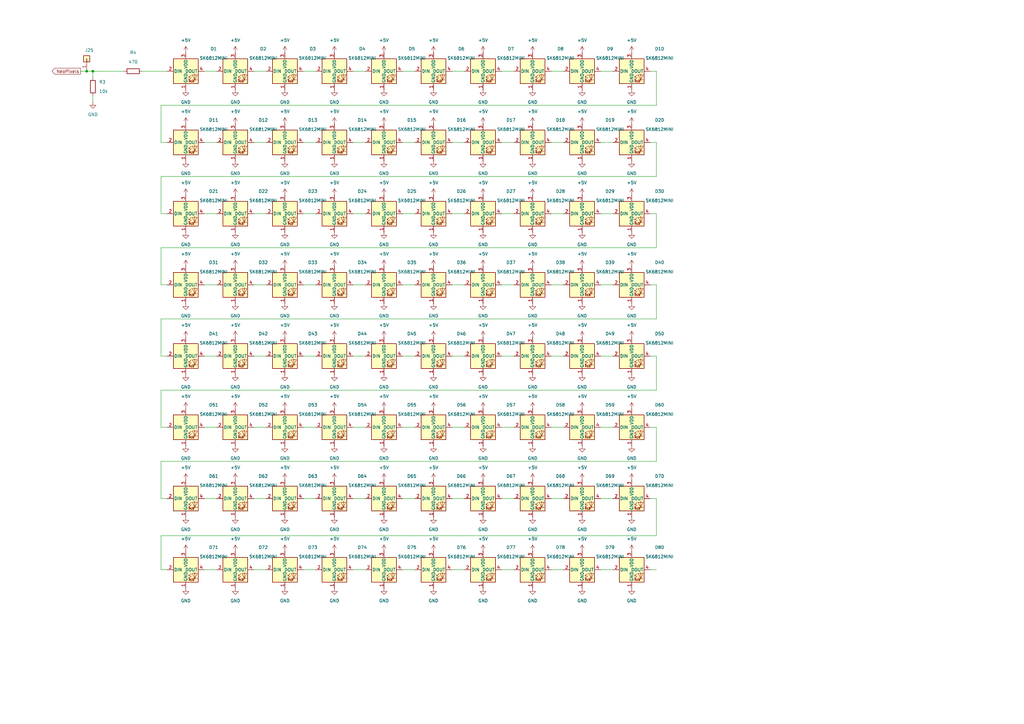
<source format=kicad_sch>
(kicad_sch (version 20231120) (generator "eeschema") (generator_version "8.0")
  (paper "A3")
  (junction (at 35.56 29.21))
  (junction (at 38.1 29.21))
  (wire (pts (xy 129.54 146.05) (xy 124.46 146.05)))
  (wire (pts (xy 66.04 189.23) (xy 66.04 204.47)))
  (wire (pts (xy 269.24 116.84) (xy 266.7 116.84)))
  (wire (pts (xy 170.18 29.21) (xy 165.1 29.21)))
  (wire (pts (xy 88.9 29.21) (xy 83.82 29.21)))
  (wire (pts (xy 269.24 130.81) (xy 66.04 130.81)))
  (wire (pts (xy 190.5 204.47) (xy 185.42 204.47)))
  (wire (pts (xy 269.24 58.42) (xy 269.24 72.39)))
  (wire (pts (xy 269.24 189.23) (xy 66.04 189.23)))
  (wire (pts (xy 210.82 204.47) (xy 205.74 204.47)))
  (wire (pts (xy 109.22 146.05) (xy 104.14 146.05)))
  (wire (pts (xy 185.42 233.68) (xy 190.5 233.68)))
  (wire (pts (xy 269.24 175.26) (xy 266.7 175.26)))
  (wire (pts (xy 266.7 29.21) (xy 269.24 29.21)))
  (wire (pts (xy 266.7 146.05) (xy 269.24 146.05)))
  (wire (pts (xy 83.82 175.26) (xy 88.9 175.26)))
  (wire (pts (xy 68.58 204.47) (xy 66.04 204.47)))
  (wire (pts (xy 170.18 87.63) (xy 165.1 87.63)))
  (wire (pts (xy 144.78 175.26) (xy 149.86 175.26)))
  (wire (pts (xy 104.14 175.26) (xy 109.22 175.26)))
  (wire (pts (xy 68.58 87.63) (xy 66.04 87.63)))
  (wire (pts (xy 269.24 219.71) (xy 66.04 219.71)))
  (wire (pts (xy 88.9 204.47) (xy 83.82 204.47)))
  (wire (pts (xy 104.14 116.84) (xy 109.22 116.84)))
  (wire (pts (xy 66.04 101.6) (xy 66.04 116.84)))
  (wire (pts (xy 266.7 204.47) (xy 269.24 204.47)))
  (wire (pts (xy 269.24 87.63) (xy 269.24 101.6)))
  (wire (pts (xy 66.04 219.71) (xy 66.04 233.68)))
  (wire (pts (xy 269.24 43.18) (xy 66.04 43.18)))
  (wire (pts (xy 66.04 175.26) (xy 68.58 175.26)))
  (wire (pts (xy 266.7 87.63) (xy 269.24 87.63)))
  (wire (pts (xy 83.82 58.42) (xy 88.9 58.42)))
  (wire (pts (xy 165.1 175.26) (xy 170.18 175.26)))
  (wire (pts (xy 66.04 116.84) (xy 68.58 116.84)))
  (wire (pts (xy 246.38 116.84) (xy 251.46 116.84)))
  (wire (pts (xy 66.04 72.39) (xy 66.04 87.63)))
  (wire (pts (xy 190.5 87.63) (xy 185.42 87.63)))
  (wire (pts (xy 269.24 116.84) (xy 269.24 130.81)))
  (wire (pts (xy 144.78 116.84) (xy 149.86 116.84)))
  (wire (pts (xy 246.38 175.26) (xy 251.46 175.26)))
  (wire (pts (xy 149.86 87.63) (xy 144.78 87.63)))
  (wire (pts (xy 210.82 29.21) (xy 205.74 29.21)))
  (wire (pts (xy 165.1 116.84) (xy 170.18 116.84)))
  (wire (pts (xy 124.46 58.42) (xy 129.54 58.42)))
  (wire (pts (xy 165.1 58.42) (xy 170.18 58.42)))
  (wire (pts (xy 269.24 101.6) (xy 66.04 101.6)))
  (wire (pts (xy 165.1 233.68) (xy 170.18 233.68)))
  (wire (pts (xy 251.46 146.05) (xy 246.38 146.05)))
  (wire (pts (xy 226.06 58.42) (xy 231.14 58.42)))
  (wire (pts (xy 88.9 87.63) (xy 83.82 87.63)))
  (wire (pts (xy 231.14 204.47) (xy 226.06 204.47)))
  (wire (pts (xy 246.38 58.42) (xy 251.46 58.42)))
  (wire (pts (xy 58.42 29.21) (xy 68.58 29.21)))
  (wire (pts (xy 104.14 58.42) (xy 109.22 58.42)))
  (wire (pts (xy 269.24 72.39) (xy 66.04 72.39)))
  (wire (pts (xy 109.22 29.21) (xy 104.14 29.21)))
  (wire (pts (xy 109.22 204.47) (xy 104.14 204.47)))
  (wire (pts (xy 88.9 146.05) (xy 83.82 146.05)))
  (wire (pts (xy 269.24 58.42) (xy 266.7 58.42)))
  (wire (pts (xy 124.46 233.68) (xy 129.54 233.68)))
  (wire (pts (xy 170.18 146.05) (xy 165.1 146.05)))
  (wire (pts (xy 149.86 29.21) (xy 144.78 29.21)))
  (wire (pts (xy 226.06 233.68) (xy 231.14 233.68)))
  (wire (pts (xy 33.02 29.21) (xy 35.56 29.21)))
  (wire (pts (xy 185.42 116.84) (xy 190.5 116.84)))
  (wire (pts (xy 124.46 116.84) (xy 129.54 116.84)))
  (wire (pts (xy 226.06 175.26) (xy 231.14 175.26)))
  (wire (pts (xy 231.14 29.21) (xy 226.06 29.21)))
  (wire (pts (xy 190.5 146.05) (xy 185.42 146.05)))
  (wire (pts (xy 68.58 146.05) (xy 66.04 146.05)))
  (wire (pts (xy 185.42 175.26) (xy 190.5 175.26)))
  (wire (pts (xy 66.04 160.02) (xy 66.04 175.26)))
  (wire (pts (xy 205.74 175.26) (xy 210.82 175.26)))
  (wire (pts (xy 210.82 87.63) (xy 205.74 87.63)))
  (wire (pts (xy 251.46 204.47) (xy 246.38 204.47)))
  (wire (pts (xy 251.46 87.63) (xy 246.38 87.63)))
  (wire (pts (xy 231.14 87.63) (xy 226.06 87.63)))
  (wire (pts (xy 83.82 116.84) (xy 88.9 116.84)))
  (wire (pts (xy 269.24 175.26) (xy 269.24 189.23)))
  (wire (pts (xy 149.86 146.05) (xy 144.78 146.05)))
  (wire (pts (xy 205.74 58.42) (xy 210.82 58.42)))
  (wire (pts (xy 246.38 233.68) (xy 251.46 233.68)))
  (wire (pts (xy 38.1 29.21) (xy 38.1 31.75)))
  (wire (pts (xy 66.04 58.42) (xy 68.58 58.42)))
  (wire (pts (xy 35.56 29.21) (xy 38.1 29.21)))
  (wire (pts (xy 129.54 204.47) (xy 124.46 204.47)))
  (wire (pts (xy 66.04 233.68) (xy 68.58 233.68)))
  (wire (pts (xy 129.54 29.21) (xy 124.46 29.21)))
  (wire (pts (xy 251.46 29.21) (xy 246.38 29.21)))
  (wire (pts (xy 269.24 204.47) (xy 269.24 219.71)))
  (wire (pts (xy 231.14 146.05) (xy 226.06 146.05)))
  (wire (pts (xy 83.82 233.68) (xy 88.9 233.68)))
  (wire (pts (xy 109.22 87.63) (xy 104.14 87.63)))
  (wire (pts (xy 104.14 233.68) (xy 109.22 233.68)))
  (wire (pts (xy 149.86 204.47) (xy 144.78 204.47)))
  (wire (pts (xy 38.1 29.21) (xy 50.8 29.21)))
  (wire (pts (xy 190.5 29.21) (xy 185.42 29.21)))
  (wire (pts (xy 210.82 146.05) (xy 205.74 146.05)))
  (wire (pts (xy 66.04 43.18) (xy 66.04 58.42)))
  (wire (pts (xy 269.24 29.21) (xy 269.24 43.18)))
  (wire (pts (xy 269.24 146.05) (xy 269.24 160.02)))
  (wire (pts (xy 144.78 58.42) (xy 149.86 58.42)))
  (wire (pts (xy 144.78 233.68) (xy 149.86 233.68)))
  (wire (pts (xy 38.1 39.37) (xy 38.1 41.91)))
  (wire (pts (xy 205.74 233.68) (xy 210.82 233.68)))
  (wire (pts (xy 269.24 233.68) (xy 266.7 233.68)))
  (wire (pts (xy 129.54 87.63) (xy 124.46 87.63)))
  (wire (pts (xy 269.24 160.02) (xy 66.04 160.02)))
  (wire (pts (xy 170.18 204.47) (xy 165.1 204.47)))
  (wire (pts (xy 226.06 116.84) (xy 231.14 116.84)))
  (wire (pts (xy 205.74 116.84) (xy 210.82 116.84)))
  (wire (pts (xy 124.46 175.26) (xy 129.54 175.26)))
  (wire (pts (xy 66.04 130.81) (xy 66.04 146.05)))
  (wire (pts (xy 185.42 58.42) (xy 190.5 58.42)))
  (global_label "NeoPixels" (shape output) (at 33.02 29.21 180) (property "Intersheetrefs" "${INTERSHEET_REFS}" (effects (hide yes))))
  (symbol (lib_id "SK6812MINI-HS:SK6812MINI-HS") (at 76.2 204.47 0) (unit 1)
    (property "Reference" "D61" (at 87.63 195.2931 0))
    (property "Value" "SK6812MINI" (at 87.63 199.1031 0))
    (property "Footprint" "misc:SK6812MINI-HS" (effects (hide yes)))
    (property "Datasheet" "https://cdn-shop.adafruit.com/product-files/2686/SK6812MINI_REV.01-1-2.pdf" (effects (hide yes)))
    (property "Description" "RGB LED with integrated controller" (effects (hide yes)))
  )
  (symbol (lib_id "SK6812MINI-HS:SK6812MINI-HS") (at 96.52 233.68 0) (unit 1)
    (property "Reference" "D72" (at 107.95 224.5031 0))
    (property "Value" "SK6812MINI" (at 107.95 228.3131 0))
    (property "Footprint" "misc:SK6812MINI-HS" (effects (hide yes)))
    (property "Datasheet" "https://cdn-shop.adafruit.com/product-files/2686/SK6812MINI_REV.01-1-2.pdf" (effects (hide yes)))
    (property "Description" "RGB LED with integrated controller" (effects (hide yes)))
  )
  (symbol (lib_id "power:+5V") (at 116.84 21.59 0) (unit 1)
    (property "Reference" "#PWR122" (effects (hide yes)))
    (property "Value" "+5V" (at 116.84 16.51 0))
    (property "Description" "Power symbol creates a global label with name \"+5V\"" (effects (hide yes)))
  )
  (symbol (lib_id "power:+5V") (at 259.08 21.59 0) (unit 1)
    (property "Reference" "#PWR137" (effects (hide yes)))
    (property "Value" "+5V" (at 259.08 16.51 0))
    (property "Description" "Power symbol creates a global label with name \"+5V\"" (effects (hide yes)))
  )
  (symbol (lib_id "power:GND") (at 157.48 36.83 0) (unit 1)
    (property "Reference" "#PWR118" (effects (hide yes)))
    (property "Value" "GND" (at 157.48 41.91 0))
    (property "Description" "Power symbol creates a global label with name \"GND\" , ground" (effects (hide yes)))
  )
  (symbol (lib_id "SK6812MINI-HS:SK6812MINI-HS") (at 137.16 116.84 0) (unit 1)
    (property "Reference" "D34" (at 148.59 107.6631 0))
    (property "Value" "SK6812MINI" (at 148.59 111.4731 0))
    (property "Footprint" "misc:SK6812MINI-HS" (effects (hide yes)))
    (property "Datasheet" "https://cdn-shop.adafruit.com/product-files/2686/SK6812MINI_REV.01-1-2.pdf" (effects (hide yes)))
    (property "Description" "RGB LED with integrated controller" (effects (hide yes)))
  )
  (symbol (lib_id "SK6812MINI-HS:SK6812MINI-HS") (at 259.08 146.05 0) (unit 1)
    (property "Reference" "D50" (at 270.51 136.8731 0))
    (property "Value" "SK6812MINI" (at 270.51 140.6831 0))
    (property "Footprint" "misc:SK6812MINI-HS" (effects (hide yes)))
    (property "Datasheet" "https://cdn-shop.adafruit.com/product-files/2686/SK6812MINI_REV.01-1-2.pdf" (effects (hide yes)))
    (property "Description" "RGB LED with integrated controller" (effects (hide yes)))
  )
  (symbol (lib_id "power:+5V") (at 259.08 196.85 0) (unit 1)
    (property "Reference" "#PWR480" (effects (hide yes)))
    (property "Value" "+5V" (at 259.08 191.77 0))
    (property "Description" "Power symbol creates a global label with name \"+5V\"" (effects (hide yes)))
  )
  (symbol (lib_id "SK6812MINI-HS:SK6812MINI-HS") (at 259.08 204.47 0) (unit 1)
    (property "Reference" "D70" (at 270.51 195.2931 0))
    (property "Value" "SK6812MINI" (at 270.51 199.1031 0))
    (property "Footprint" "misc:SK6812MINI-HS" (effects (hide yes)))
    (property "Datasheet" "https://cdn-shop.adafruit.com/product-files/2686/SK6812MINI_REV.01-1-2.pdf" (effects (hide yes)))
    (property "Description" "RGB LED with integrated controller" (effects (hide yes)))
  )
  (symbol (lib_id "power:+5V") (at 96.52 21.59 0) (unit 1)
    (property "Reference" "#PWR152" (effects (hide yes)))
    (property "Value" "+5V" (at 96.52 16.51 0))
    (property "Description" "Power symbol creates a global label with name \"+5V\"" (effects (hide yes)))
  )
  (symbol (lib_id "power:GND") (at 218.44 212.09 0) (unit 1)
    (property "Reference" "#PWR469" (effects (hide yes)))
    (property "Value" "GND" (at 218.44 217.17 0))
    (property "Description" "Power symbol creates a global label with name \"GND\" , ground" (effects (hide yes)))
  )
  (symbol (lib_id "power:+5V") (at 137.16 109.22 0) (unit 1)
    (property "Reference" "#PWR103" (effects (hide yes)))
    (property "Value" "+5V" (at 137.16 104.14 0))
    (property "Description" "Power symbol creates a global label with name \"+5V\"" (effects (hide yes)))
  )
  (symbol (lib_id "SK6812MINI-HS:SK6812MINI-HS") (at 137.16 175.26 0) (unit 1)
    (property "Reference" "D54" (at 148.59 166.0831 0))
    (property "Value" "SK6812MINI" (at 148.59 169.8931 0))
    (property "Footprint" "misc:SK6812MINI-HS" (effects (hide yes)))
    (property "Datasheet" "https://cdn-shop.adafruit.com/product-files/2686/SK6812MINI_REV.01-1-2.pdf" (effects (hide yes)))
    (property "Description" "RGB LED with integrated controller" (effects (hide yes)))
  )
  (symbol (lib_id "SK6812MINI-HS:SK6812MINI-HS") (at 238.76 58.42 0) (unit 1)
    (property "Reference" "D19" (at 250.19 49.2431 0))
    (property "Value" "SK6812MINI" (at 250.19 53.0531 0))
    (property "Footprint" "misc:SK6812MINI-HS" (effects (hide yes)))
    (property "Datasheet" "https://cdn-shop.adafruit.com/product-files/2686/SK6812MINI_REV.01-1-2.pdf" (effects (hide yes)))
    (property "Description" "RGB LED with integrated controller" (effects (hide yes)))
  )
  (symbol (lib_id "power:GND") (at 177.8 36.83 0) (unit 1)
    (property "Reference" "#PWR117" (effects (hide yes)))
    (property "Value" "GND" (at 177.8 41.91 0))
    (property "Description" "Power symbol creates a global label with name \"GND\" , ground" (effects (hide yes)))
  )
  (symbol (lib_id "SK6812MINI-HS:SK6812MINI-HS") (at 177.8 233.68 0) (unit 1)
    (property "Reference" "D76" (at 189.23 224.5031 0))
    (property "Value" "SK6812MINI" (at 189.23 228.3131 0))
    (property "Footprint" "misc:SK6812MINI-HS" (effects (hide yes)))
    (property "Datasheet" "https://cdn-shop.adafruit.com/product-files/2686/SK6812MINI_REV.01-1-2.pdf" (effects (hide yes)))
    (property "Description" "RGB LED with integrated controller" (effects (hide yes)))
  )
  (symbol (lib_id "SK6812MINI-HS:SK6812MINI-HS") (at 76.2 58.42 0) (unit 1)
    (property "Reference" "D11" (at 87.63 49.2431 0))
    (property "Value" "SK6812MINI" (at 87.63 53.0531 0))
    (property "Footprint" "misc:SK6812MINI-HS" (effects (hide yes)))
    (property "Datasheet" "https://cdn-shop.adafruit.com/product-files/2686/SK6812MINI_REV.01-1-2.pdf" (effects (hide yes)))
    (property "Description" "RGB LED with integrated controller" (effects (hide yes)))
  )
  (symbol (lib_id "power:+5V") (at 137.16 196.85 0) (unit 1)
    (property "Reference" "#PWR409" (effects (hide yes)))
    (property "Value" "+5V" (at 137.16 191.77 0))
    (property "Description" "Power symbol creates a global label with name \"+5V\"" (effects (hide yes)))
  )
  (symbol (lib_id "power:+5V") (at 96.52 80.01 0) (unit 1)
    (property "Reference" "#PWR106" (effects (hide yes)))
    (property "Value" "+5V" (at 96.52 74.93 0))
    (property "Description" "Power symbol creates a global label with name \"+5V\"" (effects (hide yes)))
  )
  (symbol (lib_id "power:+5V") (at 218.44 138.43 0) (unit 1)
    (property "Reference" "#PWR439" (effects (hide yes)))
    (property "Value" "+5V" (at 218.44 133.35 0))
    (property "Description" "Power symbol creates a global label with name \"+5V\"" (effects (hide yes)))
  )
  (symbol (lib_id "SK6812MINI-HS:SK6812MINI-HS") (at 177.8 87.63 0) (unit 1)
    (property "Reference" "D26" (at 189.23 78.4531 0))
    (property "Value" "SK6812MINI" (at 189.23 82.2631 0))
    (property "Footprint" "misc:SK6812MINI-HS" (effects (hide yes)))
    (property "Datasheet" "https://cdn-shop.adafruit.com/product-files/2686/SK6812MINI_REV.01-1-2.pdf" (effects (hide yes)))
    (property "Description" "RGB LED with integrated controller" (effects (hide yes)))
  )
  (symbol (lib_id "power:GND") (at 198.12 212.09 0) (unit 1)
    (property "Reference" "#PWR468" (effects (hide yes)))
    (property "Value" "GND" (at 198.12 217.17 0))
    (property "Description" "Power symbol creates a global label with name \"GND\" , ground" (effects (hide yes)))
  )
  (symbol (lib_id "power:GND") (at 238.76 36.83 0) (unit 1)
    (property "Reference" "#PWR132" (effects (hide yes)))
    (property "Value" "GND" (at 238.76 41.91 0))
    (property "Description" "Power symbol creates a global label with name \"GND\" , ground" (effects (hide yes)))
  )
  (symbol (lib_id "SK6812MINI-HS:SK6812MINI-HS") (at 157.48 58.42 0) (unit 1)
    (property "Reference" "D15" (at 168.91 49.2431 0))
    (property "Value" "SK6812MINI" (at 168.91 53.0531 0))
    (property "Footprint" "misc:SK6812MINI-HS" (effects (hide yes)))
    (property "Datasheet" "https://cdn-shop.adafruit.com/product-files/2686/SK6812MINI_REV.01-1-2.pdf" (effects (hide yes)))
    (property "Description" "RGB LED with integrated controller" (effects (hide yes)))
  )
  (symbol (lib_id "SK6812MINI-HS:SK6812MINI-HS") (at 238.76 175.26 0) (unit 1)
    (property "Reference" "D59" (at 250.19 166.0831 0))
    (property "Value" "SK6812MINI" (at 250.19 169.8931 0))
    (property "Footprint" "misc:SK6812MINI-HS" (effects (hide yes)))
    (property "Datasheet" "https://cdn-shop.adafruit.com/product-files/2686/SK6812MINI_REV.01-1-2.pdf" (effects (hide yes)))
    (property "Description" "RGB LED with integrated controller" (effects (hide yes)))
  )
  (symbol (lib_id "SK6812MINI-HS:SK6812MINI-HS") (at 116.84 87.63 0) (unit 1)
    (property "Reference" "D23" (at 128.27 78.4531 0))
    (property "Value" "SK6812MINI" (at 128.27 82.2631 0))
    (property "Footprint" "misc:SK6812MINI-HS" (effects (hide yes)))
    (property "Datasheet" "https://cdn-shop.adafruit.com/product-files/2686/SK6812MINI_REV.01-1-2.pdf" (effects (hide yes)))
    (property "Description" "RGB LED with integrated controller" (effects (hide yes)))
  )
  (symbol (lib_id "SK6812MINI-HS:SK6812MINI-HS") (at 96.52 29.21 0) (unit 1)
    (property "Reference" "D2" (at 107.95 20.0331 0))
    (property "Value" "SK6812MINI" (at 107.95 23.8431 0))
    (property "Footprint" "misc:SK6812MINI-HS" (effects (hide yes)))
    (property "Datasheet" "https://cdn-shop.adafruit.com/product-files/2686/SK6812MINI_REV.01-1-2.pdf" (effects (hide yes)))
    (property "Description" "RGB LED with integrated controller" (effects (hide yes)))
  )
  (symbol (lib_id "power:+5V") (at 116.84 196.85 0) (unit 1)
    (property "Reference" "#PWR412" (effects (hide yes)))
    (property "Value" "+5V" (at 116.84 191.77 0))
    (property "Description" "Power symbol creates a global label with name \"+5V\"" (effects (hide yes)))
  )
  (symbol (lib_id "SK6812MINI-HS:SK6812MINI-HS") (at 177.8 175.26 0) (unit 1)
    (property "Reference" "D56" (at 189.23 166.0831 0))
    (property "Value" "SK6812MINI" (at 189.23 169.8931 0))
    (property "Footprint" "misc:SK6812MINI-HS" (effects (hide yes)))
    (property "Datasheet" "https://cdn-shop.adafruit.com/product-files/2686/SK6812MINI_REV.01-1-2.pdf" (effects (hide yes)))
    (property "Description" "RGB LED with integrated controller" (effects (hide yes)))
  )
  (symbol (lib_id "power:GND") (at 76.2 36.83 0) (unit 1)
    (property "Reference" "#PWR151" (effects (hide yes)))
    (property "Value" "GND" (at 76.2 41.91 0))
    (property "Description" "Power symbol creates a global label with name \"GND\" , ground" (effects (hide yes)))
  )
  (symbol (lib_id "power:GND") (at 218.44 153.67 0) (unit 1)
    (property "Reference" "#PWR456" (effects (hide yes)))
    (property "Value" "GND" (at 218.44 158.75 0))
    (property "Description" "Power symbol creates a global label with name \"GND\" , ground" (effects (hide yes)))
  )
  (symbol (lib_id "SK6812MINI-HS:SK6812MINI-HS") (at 218.44 233.68 0) (unit 1)
    (property "Reference" "D78" (at 229.87 224.5031 0))
    (property "Value" "SK6812MINI" (at 229.87 228.3131 0))
    (property "Footprint" "misc:SK6812MINI-HS" (effects (hide yes)))
    (property "Datasheet" "https://cdn-shop.adafruit.com/product-files/2686/SK6812MINI_REV.01-1-2.pdf" (effects (hide yes)))
    (property "Description" "RGB LED with integrated controller" (effects (hide yes)))
  )
  (symbol (lib_id "power:GND") (at 137.16 124.46 0) (unit 1)
    (property "Reference" "#PWR392" (effects (hide yes)))
    (property "Value" "GND" (at 137.16 129.54 0))
    (property "Description" "Power symbol creates a global label with name \"GND\" , ground" (effects (hide yes)))
  )
  (symbol (lib_id "SK6812MINI-HS:SK6812MINI-HS") (at 96.52 146.05 0) (unit 1)
    (property "Reference" "D42" (at 107.95 136.8731 0))
    (property "Value" "SK6812MINI" (at 107.95 140.6831 0))
    (property "Footprint" "misc:SK6812MINI-HS" (effects (hide yes)))
    (property "Datasheet" "https://cdn-shop.adafruit.com/product-files/2686/SK6812MINI_REV.01-1-2.pdf" (effects (hide yes)))
    (property "Description" "RGB LED with integrated controller" (effects (hide yes)))
  )
  (symbol (lib_id "power:+5V") (at 116.84 80.01 0) (unit 1)
    (property "Reference" "#PWR104" (effects (hide yes)))
    (property "Value" "+5V" (at 116.84 74.93 0))
    (property "Description" "Power symbol creates a global label with name \"+5V\"" (effects (hide yes)))
  )
  (symbol (lib_id "power:GND") (at 96.52 182.88 0) (unit 1)
    (property "Reference" "#PWR414" (effects (hide yes)))
    (property "Value" "GND" (at 96.52 187.96 0))
    (property "Description" "Power symbol creates a global label with name \"GND\" , ground" (effects (hide yes)))
  )
  (symbol (lib_id "SK6812MINI-HS:SK6812MINI-HS") (at 238.76 29.21 0) (unit 1)
    (property "Reference" "D9" (at 250.19 20.0331 0))
    (property "Value" "SK6812MINI" (at 250.19 23.8431 0))
    (property "Footprint" "misc:SK6812MINI-HS" (effects (hide yes)))
    (property "Datasheet" "https://cdn-shop.adafruit.com/product-files/2686/SK6812MINI_REV.01-1-2.pdf" (effects (hide yes)))
    (property "Description" "RGB LED with integrated controller" (effects (hide yes)))
  )
  (symbol (lib_id "power:+5V") (at 238.76 196.85 0) (unit 1)
    (property "Reference" "#PWR482" (effects (hide yes)))
    (property "Value" "+5V" (at 238.76 191.77 0))
    (property "Description" "Power symbol creates a global label with name \"+5V\"" (effects (hide yes)))
  )
  (symbol (lib_id "SK6812MINI-HS:SK6812MINI-HS") (at 238.76 146.05 0) (unit 1)
    (property "Reference" "D49" (at 250.19 136.8731 0))
    (property "Value" "SK6812MINI" (at 250.19 140.6831 0))
    (property "Footprint" "misc:SK6812MINI-HS" (effects (hide yes)))
    (property "Datasheet" "https://cdn-shop.adafruit.com/product-files/2686/SK6812MINI_REV.01-1-2.pdf" (effects (hide yes)))
    (property "Description" "RGB LED with integrated controller" (effects (hide yes)))
  )
  (symbol (lib_id "power:+5V") (at 177.8 21.59 0) (unit 1)
    (property "Reference" "#PWR119" (effects (hide yes)))
    (property "Value" "+5V" (at 177.8 16.51 0))
    (property "Description" "Power symbol creates a global label with name \"+5V\"" (effects (hide yes)))
  )
  (symbol (lib_id "power:+5V") (at 259.08 109.22 0) (unit 1)
    (property "Reference" "#PWR465" (effects (hide yes)))
    (property "Value" "+5V" (at 259.08 104.14 0))
    (property "Description" "Power symbol creates a global label with name \"+5V\"" (effects (hide yes)))
  )
  (symbol (lib_id "power:GND") (at 238.76 95.25 0) (unit 1)
    (property "Reference" "#PWR464" (effects (hide yes)))
    (property "Value" "GND" (at 238.76 100.33 0))
    (property "Description" "Power symbol creates a global label with name \"GND\" , ground" (effects (hide yes)))
  )
  (symbol (lib_id "SK6812MINI-HS:SK6812MINI-HS") (at 96.52 204.47 0) (unit 1)
    (property "Reference" "D62" (at 107.95 195.2931 0))
    (property "Value" "SK6812MINI" (at 107.95 199.1031 0))
    (property "Footprint" "misc:SK6812MINI-HS" (effects (hide yes)))
    (property "Datasheet" "https://cdn-shop.adafruit.com/product-files/2686/SK6812MINI_REV.01-1-2.pdf" (effects (hide yes)))
    (property "Description" "RGB LED with integrated controller" (effects (hide yes)))
  )
  (symbol (lib_id "SK6812MINI-HS:SK6812MINI-HS") (at 259.08 29.21 0) (unit 1)
    (property "Reference" "D10" (at 270.51 20.0331 0))
    (property "Value" "SK6812MINI" (at 270.51 23.8431 0))
    (property "Footprint" "misc:SK6812MINI-HS" (effects (hide yes)))
    (property "Datasheet" "https://cdn-shop.adafruit.com/product-files/2686/SK6812MINI_REV.01-1-2.pdf" (effects (hide yes)))
    (property "Description" "RGB LED with integrated controller" (effects (hide yes)))
  )
  (symbol (lib_id "SK6812MINI-HS:SK6812MINI-HS") (at 116.84 204.47 0) (unit 1)
    (property "Reference" "D63" (at 128.27 195.2931 0))
    (property "Value" "SK6812MINI" (at 128.27 199.1031 0))
    (property "Footprint" "misc:SK6812MINI-HS" (effects (hide yes)))
    (property "Datasheet" "https://cdn-shop.adafruit.com/product-files/2686/SK6812MINI_REV.01-1-2.pdf" (effects (hide yes)))
    (property "Description" "RGB LED with integrated controller" (effects (hide yes)))
  )
  (symbol (lib_id "SK6812MINI-HS:SK6812MINI-HS") (at 96.52 87.63 0) (unit 1)
    (property "Reference" "D22" (at 107.95 78.4531 0))
    (property "Value" "SK6812MINI" (at 107.95 82.2631 0))
    (property "Footprint" "misc:SK6812MINI-HS" (effects (hide yes)))
    (property "Datasheet" "https://cdn-shop.adafruit.com/product-files/2686/SK6812MINI_REV.01-1-2.pdf" (effects (hide yes)))
    (property "Description" "RGB LED with integrated controller" (effects (hide yes)))
  )
  (symbol (lib_id "SK6812MINI-HS:SK6812MINI-HS") (at 157.48 29.21 0) (unit 1)
    (property "Reference" "D5" (at 168.91 20.0331 0))
    (property "Value" "SK6812MINI" (at 168.91 23.8431 0))
    (property "Footprint" "misc:SK6812MINI-HS" (effects (hide yes)))
    (property "Datasheet" "https://cdn-shop.adafruit.com/product-files/2686/SK6812MINI_REV.01-1-2.pdf" (effects (hide yes)))
    (property "Description" "RGB LED with integrated controller" (effects (hide yes)))
  )
  (symbol (lib_id "power:GND") (at 238.76 241.3 0) (unit 1)
    (property "Reference" "#PWR472" (effects (hide yes)))
    (property "Value" "GND" (at 238.76 246.38 0))
    (property "Description" "Power symbol creates a global label with name \"GND\" , ground" (effects (hide yes)))
  )
  (symbol (lib_id "SK6812MINI-HS:SK6812MINI-HS") (at 137.16 87.63 0) (unit 1)
    (property "Reference" "D24" (at 148.59 78.4531 0))
    (property "Value" "SK6812MINI" (at 148.59 82.2631 0))
    (property "Footprint" "misc:SK6812MINI-HS" (effects (hide yes)))
    (property "Datasheet" "https://cdn-shop.adafruit.com/product-files/2686/SK6812MINI_REV.01-1-2.pdf" (effects (hide yes)))
    (property "Description" "RGB LED with integrated controller" (effects (hide yes)))
  )
  (symbol (lib_id "power:+5V") (at 259.08 50.8 0) (unit 1)
    (property "Reference" "#PWR146" (effects (hide yes)))
    (property "Value" "+5V" (at 259.08 45.72 0))
    (property "Description" "Power symbol creates a global label with name \"+5V\"" (effects (hide yes)))
  )
  (symbol (lib_id "power:+5V") (at 76.2 196.85 0) (unit 1)
    (property "Reference" "#PWR402" (effects (hide yes)))
    (property "Value" "+5V" (at 76.2 191.77 0))
    (property "Description" "Power symbol creates a global label with name \"+5V\"" (effects (hide yes)))
  )
  (symbol (lib_id "power:+5V") (at 198.12 109.22 0) (unit 1)
    (property "Reference" "#PWR435" (effects (hide yes)))
    (property "Value" "+5V" (at 198.12 104.14 0))
    (property "Description" "Power symbol creates a global label with name \"+5V\"" (effects (hide yes)))
  )
  (symbol (lib_id "power:GND") (at 116.84 66.04 0) (unit 1)
    (property "Reference" "#PWR115" (effects (hide yes)))
    (property "Value" "GND" (at 116.84 71.12 0))
    (property "Description" "Power symbol creates a global label with name \"GND\" , ground" (effects (hide yes)))
  )
  (symbol (lib_id "SK6812MINI-HS:SK6812MINI-HS") (at 218.44 204.47 0) (unit 1)
    (property "Reference" "D68" (at 229.87 195.2931 0))
    (property "Value" "SK6812MINI" (at 229.87 199.1031 0))
    (property "Footprint" "misc:SK6812MINI-HS" (effects (hide yes)))
    (property "Datasheet" "https://cdn-shop.adafruit.com/product-files/2686/SK6812MINI_REV.01-1-2.pdf" (effects (hide yes)))
    (property "Description" "RGB LED with integrated controller" (effects (hide yes)))
  )
  (symbol (lib_id "power:GND") (at 198.12 95.25 0) (unit 1)
    (property "Reference" "#PWR436" (effects (hide yes)))
    (property "Value" "GND" (at 198.12 100.33 0))
    (property "Description" "Power symbol creates a global label with name \"GND\" , ground" (effects (hide yes)))
  )
  (symbol (lib_id "power:+5V") (at 116.84 167.64 0) (unit 1)
    (property "Reference" "#PWR390" (effects (hide yes)))
    (property "Value" "+5V" (at 116.84 162.56 0))
    (property "Description" "Power symbol creates a global label with name \"+5V\"" (effects (hide yes)))
  )
  (symbol (lib_id "Device:R") (at 38.1 35.56 0) (unit 1)
    (property "Reference" "R3" (at 40.64 33.655 0) (effects (justify left)))
    (property "Value" "10k" (at 40.64 37.465 0) (effects (justify left)))
    (property "Footprint" "Resistor_SMD:R_0402_1005Metric_Pad0.72x0.64mm_HandSolder" (effects (hide yes)))
    (property "Description" "Resistor" (effects (hide yes)))
    (property "LCSC Part #" "C25744" (effects (hide yes)))
  )
  (symbol (lib_id "power:+5V") (at 238.76 167.64 0) (unit 1)
    (property "Reference" "#PWR460" (effects (hide yes)))
    (property "Value" "+5V" (at 238.76 162.56 0))
    (property "Description" "Power symbol creates a global label with name \"+5V\"" (effects (hide yes)))
  )
  (symbol (lib_id "power:GND") (at 116.84 241.3 0) (unit 1)
    (property "Reference" "#PWR406" (effects (hide yes)))
    (property "Value" "GND" (at 116.84 246.38 0))
    (property "Description" "Power symbol creates a global label with name \"GND\" , ground" (effects (hide yes)))
  )
  (symbol (lib_id "power:+5V") (at 116.84 50.8 0) (unit 1)
    (property "Reference" "#PWR125" (effects (hide yes)))
    (property "Value" "+5V" (at 116.84 45.72 0))
    (property "Description" "Power symbol creates a global label with name \"+5V\"" (effects (hide yes)))
  )
  (symbol (lib_id "power:GND") (at 177.8 124.46 0) (unit 1)
    (property "Reference" "#PWR443" (effects (hide yes)))
    (property "Value" "GND" (at 177.8 129.54 0))
    (property "Description" "Power symbol creates a global label with name \"GND\" , ground" (effects (hide yes)))
  )
  (symbol (lib_id "power:+5V") (at 218.44 21.59 0) (unit 1)
    (property "Reference" "#PWR134" (effects (hide yes)))
    (property "Value" "+5V" (at 218.44 16.51 0))
    (property "Description" "Power symbol creates a global label with name \"+5V\"" (effects (hide yes)))
  )
  (symbol (lib_id "SK6812MINI-HS:SK6812MINI-HS") (at 157.48 233.68 0) (unit 1)
    (property "Reference" "D75" (at 168.91 224.5031 0))
    (property "Value" "SK6812MINI" (at 168.91 228.3131 0))
    (property "Footprint" "misc:SK6812MINI-HS" (effects (hide yes)))
    (property "Datasheet" "https://cdn-shop.adafruit.com/product-files/2686/SK6812MINI_REV.01-1-2.pdf" (effects (hide yes)))
    (property "Description" "RGB LED with integrated controller" (effects (hide yes)))
  )
  (symbol (lib_id "power:GND") (at 177.8 66.04 0) (unit 1)
    (property "Reference" "#PWR127" (effects (hide yes)))
    (property "Value" "GND" (at 177.8 71.12 0))
    (property "Description" "Power symbol creates a global label with name \"GND\" , ground" (effects (hide yes)))
  )
  (symbol (lib_id "power:GND") (at 96.52 212.09 0) (unit 1)
    (property "Reference" "#PWR413" (effects (hide yes)))
    (property "Value" "GND" (at 96.52 217.17 0))
    (property "Description" "Power symbol creates a global label with name \"GND\" , ground" (effects (hide yes)))
  )
  (symbol (lib_id "power:GND") (at 198.12 153.67 0) (unit 1)
    (property "Reference" "#PWR422" (effects (hide yes)))
    (property "Value" "GND" (at 198.12 158.75 0))
    (property "Description" "Power symbol creates a global label with name \"GND\" , ground" (effects (hide yes)))
  )
  (symbol (lib_id "SK6812MINI-HS:SK6812MINI-HS") (at 76.2 29.21 0) (unit 1)
    (property "Reference" "D1" (at 87.63 20.0331 0))
    (property "Value" "SK6812MINI" (at 87.63 23.8431 0))
    (property "Footprint" "misc:SK6812MINI-HS" (effects (hide yes)))
    (property "Datasheet" "https://cdn-shop.adafruit.com/product-files/2686/SK6812MINI_REV.01-1-2.pdf" (effects (hide yes)))
    (property "Description" "RGB LED with integrated controller" (effects (hide yes)))
  )
  (symbol (lib_id "power:GND") (at 116.84 36.83 0) (unit 1)
    (property "Reference" "#PWR121" (effects (hide yes)))
    (property "Value" "GND" (at 116.84 41.91 0))
    (property "Description" "Power symbol creates a global label with name \"GND\" , ground" (effects (hide yes)))
  )
  (symbol (lib_id "power:GND") (at 96.52 124.46 0) (unit 1)
    (property "Reference" "#PWR163" (effects (hide yes)))
    (property "Value" "GND" (at 96.52 129.54 0))
    (property "Description" "Power symbol creates a global label with name \"GND\" , ground" (effects (hide yes)))
  )
  (symbol (lib_id "power:GND") (at 259.08 124.46 0) (unit 1)
    (property "Reference" "#PWR462" (effects (hide yes)))
    (property "Value" "GND" (at 259.08 129.54 0))
    (property "Description" "Power symbol creates a global label with name \"GND\" , ground" (effects (hide yes)))
  )
  (symbol (lib_id "power:GND") (at 238.76 182.88 0) (unit 1)
    (property "Reference" "#PWR451" (effects (hide yes)))
    (property "Value" "GND" (at 238.76 187.96 0))
    (property "Description" "Power symbol creates a global label with name \"GND\" , ground" (effects (hide yes)))
  )
  (symbol (lib_id "power:+5V") (at 96.52 226.06 0) (unit 1)
    (property "Reference" "#PWR405" (effects (hide yes)))
    (property "Value" "+5V" (at 96.52 220.98 0))
    (property "Description" "Power symbol creates a global label with name \"+5V\"" (effects (hide yes)))
  )
  (symbol (lib_id "power:GND") (at 259.08 36.83 0) (unit 1)
    (property "Reference" "#PWR138" (effects (hide yes)))
    (property "Value" "GND" (at 259.08 41.91 0))
    (property "Description" "Power symbol creates a global label with name \"GND\" , ground" (effects (hide yes)))
  )
  (symbol (lib_id "SK6812MINI-HS:SK6812MINI-HS") (at 218.44 29.21 0) (unit 1)
    (property "Reference" "D8" (at 229.87 20.0331 0))
    (property "Value" "SK6812MINI" (at 229.87 23.8431 0))
    (property "Footprint" "misc:SK6812MINI-HS" (effects (hide yes)))
    (property "Datasheet" "https://cdn-shop.adafruit.com/product-files/2686/SK6812MINI_REV.01-1-2.pdf" (effects (hide yes)))
    (property "Description" "RGB LED with integrated controller" (effects (hide yes)))
  )
  (symbol (lib_id "power:+5V") (at 157.48 50.8 0) (unit 1)
    (property "Reference" "#PWR130" (effects (hide yes)))
    (property "Value" "+5V" (at 157.48 45.72 0))
    (property "Description" "Power symbol creates a global label with name \"+5V\"" (effects (hide yes)))
  )
  (symbol (lib_id "power:+5V") (at 116.84 109.22 0) (unit 1)
    (property "Reference" "#PWR109" (effects (hide yes)))
    (property "Value" "+5V" (at 116.84 104.14 0))
    (property "Description" "Power symbol creates a global label with name \"+5V\"" (effects (hide yes)))
  )
  (symbol (lib_id "power:GND") (at 96.52 153.67 0) (unit 1)
    (property "Reference" "#PWR161" (effects (hide yes)))
    (property "Value" "GND" (at 96.52 158.75 0))
    (property "Description" "Power symbol creates a global label with name \"GND\" , ground" (effects (hide yes)))
  )
  (symbol (lib_id "power:+5V") (at 157.48 109.22 0) (unit 1)
    (property "Reference" "#PWR448" (effects (hide yes)))
    (property "Value" "+5V" (at 157.48 104.14 0))
    (property "Description" "Power symbol creates a global label with name \"+5V\"" (effects (hide yes)))
  )
  (symbol (lib_id "SK6812MINI-HS:SK6812MINI-HS") (at 198.12 175.26 0) (unit 1)
    (property "Reference" "D57" (at 209.55 166.0831 0))
    (property "Value" "SK6812MINI" (at 209.55 169.8931 0))
    (property "Footprint" "misc:SK6812MINI-HS" (effects (hide yes)))
    (property "Datasheet" "https://cdn-shop.adafruit.com/product-files/2686/SK6812MINI_REV.01-1-2.pdf" (effects (hide yes)))
    (property "Description" "RGB LED with integrated controller" (effects (hide yes)))
  )
  (symbol (lib_id "SK6812MINI-HS:SK6812MINI-HS") (at 198.12 204.47 0) (unit 1)
    (property "Reference" "D67" (at 209.55 195.2931 0))
    (property "Value" "SK6812MINI" (at 209.55 199.1031 0))
    (property "Footprint" "misc:SK6812MINI-HS" (effects (hide yes)))
    (property "Datasheet" "https://cdn-shop.adafruit.com/product-files/2686/SK6812MINI_REV.01-1-2.pdf" (effects (hide yes)))
    (property "Description" "RGB LED with integrated controller" (effects (hide yes)))
  )
  (symbol (lib_id "SK6812MINI-HS:SK6812MINI-HS") (at 137.16 146.05 0) (unit 1)
    (property "Reference" "D44" (at 148.59 136.8731 0))
    (property "Value" "SK6812MINI" (at 148.59 140.6831 0))
    (property "Footprint" "misc:SK6812MINI-HS" (effects (hide yes)))
    (property "Datasheet" "https://cdn-shop.adafruit.com/product-files/2686/SK6812MINI_REV.01-1-2.pdf" (effects (hide yes)))
    (property "Description" "RGB LED with integrated controller" (effects (hide yes)))
  )
  (symbol (lib_id "power:+5V") (at 259.08 80.01 0) (unit 1)
    (property "Reference" "#PWR147" (effects (hide yes)))
    (property "Value" "+5V" (at 259.08 74.93 0))
    (property "Description" "Power symbol creates a global label with name \"+5V\"" (effects (hide yes)))
  )
  (symbol (lib_id "power:+5V") (at 218.44 50.8 0) (unit 1)
    (property "Reference" "#PWR136" (effects (hide yes)))
    (property "Value" "+5V" (at 218.44 45.72 0))
    (property "Description" "Power symbol creates a global label with name \"+5V\"" (effects (hide yes)))
  )
  (symbol (lib_id "power:GND") (at 96.52 66.04 0) (unit 1)
    (property "Reference" "#PWR158" (effects (hide yes)))
    (property "Value" "GND" (at 96.52 71.12 0))
    (property "Description" "Power symbol creates a global label with name \"GND\" , ground" (effects (hide yes)))
  )
  (symbol (lib_id "power:GND") (at 137.16 153.67 0) (unit 1)
    (property "Reference" "#PWR396" (effects (hide yes)))
    (property "Value" "GND" (at 137.16 158.75 0))
    (property "Description" "Power symbol creates a global label with name \"GND\" , ground" (effects (hide yes)))
  )
  (symbol (lib_id "power:+5V") (at 259.08 167.64 0) (unit 1)
    (property "Reference" "#PWR453" (effects (hide yes)))
    (property "Value" "+5V" (at 259.08 162.56 0))
    (property "Description" "Power symbol creates a global label with name \"+5V\"" (effects (hide yes)))
  )
  (symbol (lib_id "power:+5V") (at 96.52 196.85 0) (unit 1)
    (property "Reference" "#PWR415" (effects (hide yes)))
    (property "Value" "+5V" (at 96.52 191.77 0))
    (property "Description" "Power symbol creates a global label with name \"+5V\"" (effects (hide yes)))
  )
  (symbol (lib_id "SK6812MINI-HS:SK6812MINI-HS") (at 198.12 116.84 0) (unit 1)
    (property "Reference" "D37" (at 209.55 107.6631 0))
    (property "Value" "SK6812MINI" (at 209.55 111.4731 0))
    (property "Footprint" "misc:SK6812MINI-HS" (effects (hide yes)))
    (property "Datasheet" "https://cdn-shop.adafruit.com/product-files/2686/SK6812MINI_REV.01-1-2.pdf" (effects (hide yes)))
    (property "Description" "RGB LED with integrated controller" (effects (hide yes)))
  )
  (symbol (lib_id "SK6812MINI-HS:SK6812MINI-HS") (at 137.16 233.68 0) (unit 1)
    (property "Reference" "D74" (at 148.59 224.5031 0))
    (property "Value" "SK6812MINI" (at 148.59 228.3131 0))
    (property "Footprint" "misc:SK6812MINI-HS" (effects (hide yes)))
    (property "Datasheet" "https://cdn-shop.adafruit.com/product-files/2686/SK6812MINI_REV.01-1-2.pdf" (effects (hide yes)))
    (property "Description" "RGB LED with integrated controller" (effects (hide yes)))
  )
  (symbol (lib_id "SK6812MINI-HS:SK6812MINI-HS") (at 177.8 29.21 0) (unit 1)
    (property "Reference" "D6" (at 189.23 20.0331 0))
    (property "Value" "SK6812MINI" (at 189.23 23.8431 0))
    (property "Footprint" "misc:SK6812MINI-HS" (effects (hide yes)))
    (property "Datasheet" "https://cdn-shop.adafruit.com/product-files/2686/SK6812MINI_REV.01-1-2.pdf" (effects (hide yes)))
    (property "Description" "RGB LED with integrated controller" (effects (hide yes)))
  )
  (symbol (lib_id "power:+5V") (at 259.08 138.43 0) (unit 1)
    (property "Reference" "#PWR454" (effects (hide yes)))
    (property "Value" "+5V" (at 259.08 133.35 0))
    (property "Description" "Power symbol creates a global label with name \"+5V\"" (effects (hide yes)))
  )
  (symbol (lib_id "power:GND") (at 157.48 212.09 0) (unit 1)
    (property "Reference" "#PWR432" (effects (hide yes)))
    (property "Value" "GND" (at 157.48 217.17 0))
    (property "Description" "Power symbol creates a global label with name \"GND\" , ground" (effects (hide yes)))
  )
  (symbol (lib_id "power:GND") (at 116.84 212.09 0) (unit 1)
    (property "Reference" "#PWR416" (effects (hide yes)))
    (property "Value" "GND" (at 116.84 217.17 0))
    (property "Description" "Power symbol creates a global label with name \"GND\" , ground" (effects (hide yes)))
  )
  (symbol (lib_id "SK6812MINI-HS:SK6812MINI-HS") (at 238.76 87.63 0) (unit 1)
    (property "Reference" "D29" (at 250.19 78.4531 0))
    (property "Value" "SK6812MINI" (at 250.19 82.2631 0))
    (property "Footprint" "misc:SK6812MINI-HS" (effects (hide yes)))
    (property "Datasheet" "https://cdn-shop.adafruit.com/product-files/2686/SK6812MINI_REV.01-1-2.pdf" (effects (hide yes)))
    (property "Description" "RGB LED with integrated controller" (effects (hide yes)))
  )
  (symbol (lib_id "power:+5V") (at 116.84 226.06 0) (unit 1)
    (property "Reference" "#PWR404" (effects (hide yes)))
    (property "Value" "+5V" (at 116.84 220.98 0))
    (property "Description" "Power symbol creates a global label with name \"+5V\"" (effects (hide yes)))
  )
  (symbol (lib_id "SK6812MINI-HS:SK6812MINI-HS") (at 96.52 175.26 0) (unit 1)
    (property "Reference" "D52" (at 107.95 166.0831 0))
    (property "Value" "SK6812MINI" (at 107.95 169.8931 0))
    (property "Footprint" "misc:SK6812MINI-HS" (effects (hide yes)))
    (property "Datasheet" "https://cdn-shop.adafruit.com/product-files/2686/SK6812MINI_REV.01-1-2.pdf" (effects (hide yes)))
    (property "Description" "RGB LED with integrated controller" (effects (hide yes)))
  )
  (symbol (lib_id "power:GND") (at 96.52 36.83 0) (unit 1)
    (property "Reference" "#PWR154" (effects (hide yes)))
    (property "Value" "GND" (at 96.52 41.91 0))
    (property "Description" "Power symbol creates a global label with name \"GND\" , ground" (effects (hide yes)))
  )
  (symbol (lib_id "SK6812MINI-HS:SK6812MINI-HS") (at 218.44 116.84 0) (unit 1)
    (property "Reference" "D38" (at 229.87 107.6631 0))
    (property "Value" "SK6812MINI" (at 229.87 111.4731 0))
    (property "Footprint" "misc:SK6812MINI-HS" (effects (hide yes)))
    (property "Datasheet" "https://cdn-shop.adafruit.com/product-files/2686/SK6812MINI_REV.01-1-2.pdf" (effects (hide yes)))
    (property "Description" "RGB LED with integrated controller" (effects (hide yes)))
  )
  (symbol (lib_id "power:+5V") (at 198.12 196.85 0) (unit 1)
    (property "Reference" "#PWR471" (effects (hide yes)))
    (property "Value" "+5V" (at 198.12 191.77 0))
    (property "Description" "Power symbol creates a global label with name \"+5V\"" (effects (hide yes)))
  )
  (symbol (lib_id "power:GND") (at 177.8 182.88 0) (unit 1)
    (property "Reference" "#PWR427" (effects (hide yes)))
    (property "Value" "GND" (at 177.8 187.96 0))
    (property "Description" "Power symbol creates a global label with name \"GND\" , ground" (effects (hide yes)))
  )
  (symbol (lib_id "SK6812MINI-HS:SK6812MINI-HS") (at 76.2 175.26 0) (unit 1)
    (property "Reference" "D51" (at 87.63 166.0831 0))
    (property "Value" "SK6812MINI" (at 87.63 169.8931 0))
    (property "Footprint" "misc:SK6812MINI-HS" (effects (hide yes)))
    (property "Datasheet" "https://cdn-shop.adafruit.com/product-files/2686/SK6812MINI_REV.01-1-2.pdf" (effects (hide yes)))
    (property "Description" "RGB LED with integrated controller" (effects (hide yes)))
  )
  (symbol (lib_id "SK6812MINI-HS:SK6812MINI-HS") (at 198.12 146.05 0) (unit 1)
    (property "Reference" "D47" (at 209.55 136.8731 0))
    (property "Value" "SK6812MINI" (at 209.55 140.6831 0))
    (property "Footprint" "misc:SK6812MINI-HS" (effects (hide yes)))
    (property "Datasheet" "https://cdn-shop.adafruit.com/product-files/2686/SK6812MINI_REV.01-1-2.pdf" (effects (hide yes)))
    (property "Description" "RGB LED with integrated controller" (effects (hide yes)))
  )
  (symbol (lib_id "power:+5V") (at 157.48 138.43 0) (unit 1)
    (property "Reference" "#PWR446" (effects (hide yes)))
    (property "Value" "+5V" (at 157.48 133.35 0))
    (property "Description" "Power symbol creates a global label with name \"+5V\"" (effects (hide yes)))
  )
  (symbol (lib_id "power:+5V") (at 177.8 50.8 0) (unit 1)
    (property "Reference" "#PWR129" (effects (hide yes)))
    (property "Value" "+5V" (at 177.8 45.72 0))
    (property "Description" "Power symbol creates a global label with name \"+5V\"" (effects (hide yes)))
  )
  (symbol (lib_id "power:+5V") (at 177.8 167.64 0) (unit 1)
    (property "Reference" "#PWR418" (effects (hide yes)))
    (property "Value" "+5V" (at 177.8 162.56 0))
    (property "Description" "Power symbol creates a global label with name \"+5V\"" (effects (hide yes)))
  )
  (symbol (lib_id "power:+5V") (at 157.48 226.06 0) (unit 1)
    (property "Reference" "#PWR424" (effects (hide yes)))
    (property "Value" "+5V" (at 157.48 220.98 0))
    (property "Description" "Power symbol creates a global label with name \"+5V\"" (effects (hide yes)))
  )
  (symbol (lib_id "SK6812MINI-HS:SK6812MINI-HS") (at 157.48 204.47 0) (unit 1)
    (property "Reference" "D65" (at 168.91 195.2931 0))
    (property "Value" "SK6812MINI" (at 168.91 199.1031 0))
    (property "Footprint" "misc:SK6812MINI-HS" (effects (hide yes)))
    (property "Datasheet" "https://cdn-shop.adafruit.com/product-files/2686/SK6812MINI_REV.01-1-2.pdf" (effects (hide yes)))
    (property "Description" "RGB LED with integrated controller" (effects (hide yes)))
  )
  (symbol (lib_id "power:+5V") (at 238.76 138.43 0) (unit 1)
    (property "Reference" "#PWR458" (effects (hide yes)))
    (property "Value" "+5V" (at 238.76 133.35 0))
    (property "Description" "Power symbol creates a global label with name \"+5V\"" (effects (hide yes)))
  )
  (symbol (lib_id "SK6812MINI-HS:SK6812MINI-HS") (at 116.84 146.05 0) (unit 1)
    (property "Reference" "D43" (at 128.27 136.8731 0))
    (property "Value" "SK6812MINI" (at 128.27 140.6831 0))
    (property "Footprint" "misc:SK6812MINI-HS" (effects (hide yes)))
    (property "Datasheet" "https://cdn-shop.adafruit.com/product-files/2686/SK6812MINI_REV.01-1-2.pdf" (effects (hide yes)))
    (property "Description" "RGB LED with integrated controller" (effects (hide yes)))
  )
  (symbol (lib_id "SK6812MINI-HS:SK6812MINI-HS") (at 198.12 29.21 0) (unit 1)
    (property "Reference" "D7" (at 209.55 20.0331 0))
    (property "Value" "SK6812MINI" (at 209.55 23.8431 0))
    (property "Footprint" "misc:SK6812MINI-HS" (effects (hide yes)))
    (property "Datasheet" "https://cdn-shop.adafruit.com/product-files/2686/SK6812MINI_REV.01-1-2.pdf" (effects (hide yes)))
    (property "Description" "RGB LED with integrated controller" (effects (hide yes)))
  )
  (symbol (lib_id "power:+5V") (at 137.16 80.01 0) (unit 1)
    (property "Reference" "#PWR102" (effects (hide yes)))
    (property "Value" "+5V" (at 137.16 74.93 0))
    (property "Description" "Power symbol creates a global label with name \"+5V\"" (effects (hide yes)))
  )
  (symbol (lib_id "power:GND") (at 76.2 182.88 0) (unit 1)
    (property "Reference" "#PWR403" (effects (hide yes)))
    (property "Value" "GND" (at 76.2 187.96 0))
    (property "Description" "Power symbol creates a global label with name \"GND\" , ground" (effects (hide yes)))
  )
  (symbol (lib_id "SK6812MINI-HS:SK6812MINI-HS") (at 238.76 233.68 0) (unit 1)
    (property "Reference" "D79" (at 250.19 224.5031 0))
    (property "Value" "SK6812MINI" (at 250.19 228.3131 0))
    (property "Footprint" "misc:SK6812MINI-HS" (effects (hide yes)))
    (property "Datasheet" "https://cdn-shop.adafruit.com/product-files/2686/SK6812MINI_REV.01-1-2.pdf" (effects (hide yes)))
    (property "Description" "RGB LED with integrated controller" (effects (hide yes)))
  )
  (symbol (lib_id "power:GND") (at 218.44 36.83 0) (unit 1)
    (property "Reference" "#PWR135" (effects (hide yes)))
    (property "Value" "GND" (at 218.44 41.91 0))
    (property "Description" "Power symbol creates a global label with name \"GND\" , ground" (effects (hide yes)))
  )
  (symbol (lib_id "power:GND") (at 238.76 212.09 0) (unit 1)
    (property "Reference" "#PWR483" (effects (hide yes)))
    (property "Value" "GND" (at 238.76 217.17 0))
    (property "Description" "Power symbol creates a global label with name \"GND\" , ground" (effects (hide yes)))
  )
  (symbol (lib_id "SK6812MINI-HS:SK6812MINI-HS") (at 76.2 146.05 0) (unit 1)
    (property "Reference" "D41" (at 87.63 136.8731 0))
    (property "Value" "SK6812MINI" (at 87.63 140.6831 0))
    (property "Footprint" "misc:SK6812MINI-HS" (effects (hide yes)))
    (property "Datasheet" "https://cdn-shop.adafruit.com/product-files/2686/SK6812MINI_REV.01-1-2.pdf" (effects (hide yes)))
    (property "Description" "RGB LED with integrated controller" (effects (hide yes)))
  )
  (symbol (lib_id "Device:R") (at 54.61 29.21 90) (unit 1)
    (property "Reference" "R4" (at 54.61 21.59 90))
    (property "Value" "470" (at 54.61 25.4 90))
    (property "Footprint" "Resistor_SMD:R_0402_1005Metric_Pad0.72x0.64mm_HandSolder" (effects (hide yes)))
    (property "Description" "Resistor" (effects (hide yes)))
    (property "LCSC Part #" "C25117" (effects (hide yes)))
  )
  (symbol (lib_id "power:+5V") (at 218.44 80.01 0) (unit 1)
    (property "Reference" "#PWR148" (effects (hide yes)))
    (property "Value" "+5V" (at 218.44 74.93 0))
    (property "Description" "Power symbol creates a global label with name \"+5V\"" (effects (hide yes)))
  )
  (symbol (lib_id "power:GND") (at 259.08 241.3 0) (unit 1)
    (property "Reference" "#PWR474" (effects (hide yes)))
    (property "Value" "GND" (at 259.08 246.38 0))
    (property "Description" "Power symbol creates a global label with name \"GND\" , ground" (effects (hide yes)))
  )
  (symbol (lib_id "SK6812MINI-HS:SK6812MINI-HS") (at 137.16 204.47 0) (unit 1)
    (property "Reference" "D64" (at 148.59 195.2931 0))
    (property "Value" "SK6812MINI" (at 148.59 199.1031 0))
    (property "Footprint" "misc:SK6812MINI-HS" (effects (hide yes)))
    (property "Datasheet" "https://cdn-shop.adafruit.com/product-files/2686/SK6812MINI_REV.01-1-2.pdf" (effects (hide yes)))
    (property "Description" "RGB LED with integrated controller" (effects (hide yes)))
  )
  (symbol (lib_id "power:+5V") (at 177.8 196.85 0) (unit 1)
    (property "Reference" "#PWR430" (effects (hide yes)))
    (property "Value" "+5V" (at 177.8 191.77 0))
    (property "Description" "Power symbol creates a global label with name \"+5V\"" (effects (hide yes)))
  )
  (symbol (lib_id "power:+5V") (at 218.44 226.06 0) (unit 1)
    (property "Reference" "#PWR479" (effects (hide yes)))
    (property "Value" "+5V" (at 218.44 220.98 0))
    (property "Description" "Power symbol creates a global label with name \"+5V\"" (effects (hide yes)))
  )
  (symbol (lib_id "power:+5V") (at 157.48 167.64 0) (unit 1)
    (property "Reference" "#PWR426" (effects (hide yes)))
    (property "Value" "+5V" (at 157.48 162.56 0))
    (property "Description" "Power symbol creates a global label with name \"+5V\"" (effects (hide yes)))
  )
  (symbol (lib_id "power:+5V") (at 218.44 167.64 0) (unit 1)
    (property "Reference" "#PWR459" (effects (hide yes)))
    (property "Value" "+5V" (at 218.44 162.56 0))
    (property "Description" "Power symbol creates a global label with name \"+5V\"" (effects (hide yes)))
  )
  (symbol (lib_id "SK6812MINI-HS:SK6812MINI-HS") (at 177.8 58.42 0) (unit 1)
    (property "Reference" "D16" (at 189.23 49.2431 0))
    (property "Value" "SK6812MINI" (at 189.23 53.0531 0))
    (property "Footprint" "misc:SK6812MINI-HS" (effects (hide yes)))
    (property "Datasheet" "https://cdn-shop.adafruit.com/product-files/2686/SK6812MINI_REV.01-1-2.pdf" (effects (hide yes)))
    (property "Description" "RGB LED with integrated controller" (effects (hide yes)))
  )
  (symbol (lib_id "power:GND") (at 96.52 241.3 0) (unit 1)
    (property "Reference" "#PWR407" (effects (hide yes)))
    (property "Value" "GND" (at 96.52 246.38 0))
    (property "Description" "Power symbol creates a global label with name \"GND\" , ground" (effects (hide yes)))
  )
  (symbol (lib_id "power:GND") (at 116.84 153.67 0) (unit 1)
    (property "Reference" "#PWR389" (effects (hide yes)))
    (property "Value" "GND" (at 116.84 158.75 0))
    (property "Description" "Power symbol creates a global label with name \"GND\" , ground" (effects (hide yes)))
  )
  (symbol (lib_id "power:+5V") (at 137.16 167.64 0) (unit 1)
    (property "Reference" "#PWR397" (effects (hide yes)))
    (property "Value" "+5V" (at 137.16 162.56 0))
    (property "Description" "Power symbol creates a global label with name \"+5V\"" (effects (hide yes)))
  )
  (symbol (lib_id "power:+5V") (at 238.76 226.06 0) (unit 1)
    (property "Reference" "#PWR475" (effects (hide yes)))
    (property "Value" "+5V" (at 238.76 220.98 0))
    (property "Description" "Power symbol creates a global label with name \"+5V\"" (effects (hide yes)))
  )
  (symbol (lib_id "SK6812MINI-HS:SK6812MINI-HS") (at 259.08 175.26 0) (unit 1)
    (property "Reference" "D60" (at 270.51 166.0831 0))
    (property "Value" "SK6812MINI" (at 270.51 169.8931 0))
    (property "Footprint" "misc:SK6812MINI-HS" (effects (hide yes)))
    (property "Datasheet" "https://cdn-shop.adafruit.com/product-files/2686/SK6812MINI_REV.01-1-2.pdf" (effects (hide yes)))
    (property "Description" "RGB LED with integrated controller" (effects (hide yes)))
  )
  (symbol (lib_id "power:+5V") (at 76.2 21.59 0) (unit 1)
    (property "Reference" "#PWR153" (effects (hide yes)))
    (property "Value" "+5V" (at 76.2 16.51 0))
    (property "Description" "Power symbol creates a global label with name \"+5V\"" (effects (hide yes)))
  )
  (symbol (lib_id "power:GND") (at 218.44 241.3 0) (unit 1)
    (property "Reference" "#PWR477" (effects (hide yes)))
    (property "Value" "GND" (at 218.44 246.38 0))
    (property "Description" "Power symbol creates a global label with name \"GND\" , ground" (effects (hide yes)))
  )
  (symbol (lib_id "power:+5V") (at 157.48 196.85 0) (unit 1)
    (property "Reference" "#PWR429" (effects (hide yes)))
    (property "Value" "+5V" (at 157.48 191.77 0))
    (property "Description" "Power symbol creates a global label with name \"+5V\"" (effects (hide yes)))
  )
  (symbol (lib_id "power:GND") (at 157.48 241.3 0) (unit 1)
    (property "Reference" "#PWR423" (effects (hide yes)))
    (property "Value" "GND" (at 157.48 246.38 0))
    (property "Description" "Power symbol creates a global label with name \"GND\" , ground" (effects (hide yes)))
  )
  (symbol (lib_id "SK6812MINI-HS:SK6812MINI-HS") (at 137.16 58.42 0) (unit 1)
    (property "Reference" "D14" (at 148.59 49.2431 0))
    (property "Value" "SK6812MINI" (at 148.59 53.0531 0))
    (property "Footprint" "misc:SK6812MINI-HS" (effects (hide yes)))
    (property "Datasheet" "https://cdn-shop.adafruit.com/product-files/2686/SK6812MINI_REV.01-1-2.pdf" (effects (hide yes)))
    (property "Description" "RGB LED with integrated controller" (effects (hide yes)))
  )
  (symbol (lib_id "SK6812MINI-HS:SK6812MINI-HS") (at 76.2 87.63 0) (unit 1)
    (property "Reference" "D21" (at 87.63 78.4531 0))
    (property "Value" "SK6812MINI" (at 87.63 82.2631 0))
    (property "Footprint" "misc:SK6812MINI-HS" (effects (hide yes)))
    (property "Datasheet" "https://cdn-shop.adafruit.com/product-files/2686/SK6812MINI_REV.01-1-2.pdf" (effects (hide yes)))
    (property "Description" "RGB LED with integrated controller" (effects (hide yes)))
  )
  (symbol (lib_id "SK6812MINI-HS:SK6812MINI-HS") (at 259.08 58.42 0) (unit 1)
    (property "Reference" "D20" (at 270.51 49.2431 0))
    (property "Value" "SK6812MINI" (at 270.51 53.0531 0))
    (property "Footprint" "misc:SK6812MINI-HS" (effects (hide yes)))
    (property "Datasheet" "https://cdn-shop.adafruit.com/product-files/2686/SK6812MINI_REV.01-1-2.pdf" (effects (hide yes)))
    (property "Description" "RGB LED with integrated controller" (effects (hide yes)))
  )
  (symbol (lib_id "power:GND") (at 177.8 95.25 0) (unit 1)
    (property "Reference" "#PWR447" (effects (hide yes)))
    (property "Value" "GND" (at 177.8 100.33 0))
    (property "Description" "Power symbol creates a global label with name \"GND\" , ground" (effects (hide yes)))
  )
  (symbol (lib_id "power:GND") (at 137.16 212.09 0) (unit 1)
    (property "Reference" "#PWR400" (effects (hide yes)))
    (property "Value" "GND" (at 137.16 217.17 0))
    (property "Description" "Power symbol creates a global label with name \"GND\" , ground" (effects (hide yes)))
  )
  (symbol (lib_id "power:+5V") (at 76.2 138.43 0) (unit 1)
    (property "Reference" "#PWR162" (effects (hide yes)))
    (property "Value" "+5V" (at 76.2 133.35 0))
    (property "Description" "Power symbol creates a global label with name \"+5V\"" (effects (hide yes)))
  )
  (symbol (lib_id "power:+5V") (at 198.12 167.64 0) (unit 1)
    (property "Reference" "#PWR421" (effects (hide yes)))
    (property "Value" "+5V" (at 198.12 162.56 0))
    (property "Description" "Power symbol creates a global label with name \"+5V\"" (effects (hide yes)))
  )
  (symbol (lib_id "SK6812MINI-HS:SK6812MINI-HS") (at 157.48 87.63 0) (unit 1)
    (property "Reference" "D25" (at 168.91 78.4531 0))
    (property "Value" "SK6812MINI" (at 168.91 82.2631 0))
    (property "Footprint" "misc:SK6812MINI-HS" (effects (hide yes)))
    (property "Datasheet" "https://cdn-shop.adafruit.com/product-files/2686/SK6812MINI_REV.01-1-2.pdf" (effects (hide yes)))
    (property "Description" "RGB LED with integrated controller" (effects (hide yes)))
  )
  (symbol (lib_id "power:GND") (at 76.2 241.3 0) (unit 1)
    (property "Reference" "#PWR411" (effects (hide yes)))
    (property "Value" "GND" (at 76.2 246.38 0))
    (property "Description" "Power symbol creates a global label with name \"GND\" , ground" (effects (hide yes)))
  )
  (symbol (lib_id "SK6812MINI-HS:SK6812MINI-HS") (at 218.44 146.05 0) (unit 1)
    (property "Reference" "D48" (at 229.87 136.8731 0))
    (property "Value" "SK6812MINI" (at 229.87 140.6831 0))
    (property "Footprint" "misc:SK6812MINI-HS" (effects (hide yes)))
    (property "Datasheet" "https://cdn-shop.adafruit.com/product-files/2686/SK6812MINI_REV.01-1-2.pdf" (effects (hide yes)))
    (property "Description" "RGB LED with integrated controller" (effects (hide yes)))
  )
  (symbol (lib_id "SK6812MINI-HS:SK6812MINI-HS") (at 177.8 116.84 0) (unit 1)
    (property "Reference" "D36" (at 189.23 107.6631 0))
    (property "Value" "SK6812MINI" (at 189.23 111.4731 0))
    (property "Footprint" "misc:SK6812MINI-HS" (effects (hide yes)))
    (property "Datasheet" "https://cdn-shop.adafruit.com/product-files/2686/SK6812MINI_REV.01-1-2.pdf" (effects (hide yes)))
    (property "Description" "RGB LED with integrated controller" (effects (hide yes)))
  )
  (symbol (lib_id "SK6812MINI-HS:SK6812MINI-HS") (at 116.84 233.68 0) (unit 1)
    (property "Reference" "D73" (at 128.27 224.5031 0))
    (property "Value" "SK6812MINI" (at 128.27 228.3131 0))
    (property "Footprint" "misc:SK6812MINI-HS" (effects (hide yes)))
    (property "Datasheet" "https://cdn-shop.adafruit.com/product-files/2686/SK6812MINI_REV.01-1-2.pdf" (effects (hide yes)))
    (property "Description" "RGB LED with integrated controller" (effects (hide yes)))
  )
  (symbol (lib_id "power:GND") (at 76.2 124.46 0) (unit 1)
    (property "Reference" "#PWR370" (effects (hide yes)))
    (property "Value" "GND" (at 76.2 129.54 0))
    (property "Description" "Power symbol creates a global label with name \"GND\" , ground" (effects (hide yes)))
  )
  (symbol (lib_id "SK6812MINI-HS:SK6812MINI-HS") (at 177.8 146.05 0) (unit 1)
    (property "Reference" "D46" (at 189.23 136.8731 0))
    (property "Value" "SK6812MINI" (at 189.23 140.6831 0))
    (property "Footprint" "misc:SK6812MINI-HS" (effects (hide yes)))
    (property "Datasheet" "https://cdn-shop.adafruit.com/product-files/2686/SK6812MINI_REV.01-1-2.pdf" (effects (hide yes)))
    (property "Description" "RGB LED with integrated controller" (effects (hide yes)))
  )
  (symbol (lib_id "SK6812MINI-HS:SK6812MINI-HS") (at 76.2 233.68 0) (unit 1)
    (property "Reference" "D71" (at 87.63 224.5031 0))
    (property "Value" "SK6812MINI" (at 87.63 228.3131 0))
    (property "Footprint" "misc:SK6812MINI-HS" (effects (hide yes)))
    (property "Datasheet" "https://cdn-shop.adafruit.com/product-files/2686/SK6812MINI_REV.01-1-2.pdf" (effects (hide yes)))
    (property "Description" "RGB LED with integrated controller" (effects (hide yes)))
  )
  (symbol (lib_id "power:+5V") (at 259.08 226.06 0) (unit 1)
    (property "Reference" "#PWR473" (effects (hide yes)))
    (property "Value" "+5V" (at 259.08 220.98 0))
    (property "Description" "Power symbol creates a global label with name \"+5V\"" (effects (hide yes)))
  )
  (symbol (lib_id "power:GND") (at 137.16 66.04 0) (unit 1)
    (property "Reference" "#PWR113" (effects (hide yes)))
    (property "Value" "GND" (at 137.16 71.12 0))
    (property "Description" "Power symbol creates a global label with name \"GND\" , ground" (effects (hide yes)))
  )
  (symbol (lib_id "SK6812MINI-HS:SK6812MINI-HS") (at 96.52 116.84 0) (unit 1)
    (property "Reference" "D32" (at 107.95 107.6631 0))
    (property "Value" "SK6812MINI" (at 107.95 111.4731 0))
    (property "Footprint" "misc:SK6812MINI-HS" (effects (hide yes)))
    (property "Datasheet" "https://cdn-shop.adafruit.com/product-files/2686/SK6812MINI_REV.01-1-2.pdf" (effects (hide yes)))
    (property "Description" "RGB LED with integrated controller" (effects (hide yes)))
  )
  (symbol (lib_id "power:GND") (at 238.76 153.67 0) (unit 1)
    (property "Reference" "#PWR457" (effects (hide yes)))
    (property "Value" "GND" (at 238.76 158.75 0))
    (property "Description" "Power symbol creates a global label with name \"GND\" , ground" (effects (hide yes)))
  )
  (symbol (lib_id "power:GND") (at 259.08 95.25 0) (unit 1)
    (property "Reference" "#PWR467" (effects (hide yes)))
    (property "Value" "GND" (at 259.08 100.33 0))
    (property "Description" "Power symbol creates a global label with name \"GND\" , ground" (effects (hide yes)))
  )
  (symbol (lib_id "power:GND") (at 76.2 66.04 0) (unit 1)
    (property "Reference" "#PWR155" (effects (hide yes)))
    (property "Value" "GND" (at 76.2 71.12 0))
    (property "Description" "Power symbol creates a global label with name \"GND\" , ground" (effects (hide yes)))
  )
  (symbol (lib_id "power:+5V") (at 96.52 167.64 0) (unit 1)
    (property "Reference" "#PWR160" (effects (hide yes)))
    (property "Value" "+5V" (at 96.52 162.56 0))
    (property "Description" "Power symbol creates a global label with name \"+5V\"" (effects (hide yes)))
  )
  (symbol (lib_id "power:GND") (at 198.12 124.46 0) (unit 1)
    (property "Reference" "#PWR442" (effects (hide yes)))
    (property "Value" "GND" (at 198.12 129.54 0))
    (property "Description" "Power symbol creates a global label with name \"GND\" , ground" (effects (hide yes)))
  )
  (symbol (lib_id "power:GND") (at 259.08 182.88 0) (unit 1)
    (property "Reference" "#PWR452" (effects (hide yes)))
    (property "Value" "GND" (at 259.08 187.96 0))
    (property "Description" "Power symbol creates a global label with name \"GND\" , ground" (effects (hide yes)))
  )
  (symbol (lib_id "SK6812MINI-HS:SK6812MINI-HS") (at 116.84 58.42 0) (unit 1)
    (property "Reference" "D13" (at 128.27 49.2431 0))
    (property "Value" "SK6812MINI" (at 128.27 53.0531 0))
    (property "Footprint" "misc:SK6812MINI-HS" (effects (hide yes)))
    (property "Datasheet" "https://cdn-shop.adafruit.com/product-files/2686/SK6812MINI_REV.01-1-2.pdf" (effects (hide yes)))
    (property "Description" "RGB LED with integrated controller" (effects (hide yes)))
  )
  (symbol (lib_id "power:GND") (at 198.12 66.04 0) (unit 1)
    (property "Reference" "#PWR149" (effects (hide yes)))
    (property "Value" "GND" (at 198.12 71.12 0))
    (property "Description" "Power symbol creates a global label with name \"GND\" , ground" (effects (hide yes)))
  )
  (symbol (lib_id "power:+5V") (at 137.16 138.43 0) (unit 1)
    (property "Reference" "#PWR391" (effects (hide yes)))
    (property "Value" "+5V" (at 137.16 133.35 0))
    (property "Description" "Power symbol creates a global label with name \"+5V\"" (effects (hide yes)))
  )
  (symbol (lib_id "SK6812MINI-HS:SK6812MINI-HS") (at 157.48 116.84 0) (unit 1)
    (property "Reference" "D35" (at 168.91 107.6631 0))
    (property "Value" "SK6812MINI" (at 168.91 111.4731 0))
    (property "Footprint" "misc:SK6812MINI-HS" (effects (hide yes)))
    (property "Datasheet" "https://cdn-shop.adafruit.com/product-files/2686/SK6812MINI_REV.01-1-2.pdf" (effects (hide yes)))
    (property "Description" "RGB LED with integrated controller" (effects (hide yes)))
  )
  (symbol (lib_id "power:GND") (at 137.16 95.25 0) (unit 1)
    (property "Reference" "#PWR101" (effects (hide yes)))
    (property "Value" "GND" (at 137.16 100.33 0))
    (property "Description" "Power symbol creates a global label with name \"GND\" , ground" (effects (hide yes)))
  )
  (symbol (lib_id "SK6812MINI-HS:SK6812MINI-HS") (at 218.44 58.42 0) (unit 1)
    (property "Reference" "D18" (at 229.87 49.2431 0))
    (property "Value" "SK6812MINI" (at 229.87 53.0531 0))
    (property "Footprint" "misc:SK6812MINI-HS" (effects (hide yes)))
    (property "Datasheet" "https://cdn-shop.adafruit.com/product-files/2686/SK6812MINI_REV.01-1-2.pdf" (effects (hide yes)))
    (property "Description" "RGB LED with integrated controller" (effects (hide yes)))
  )
  (symbol (lib_id "power:GND") (at 198.12 241.3 0) (unit 1)
    (property "Reference" "#PWR476" (effects (hide yes)))
    (property "Value" "GND" (at 198.12 246.38 0))
    (property "Description" "Power symbol creates a global label with name \"GND\" , ground" (effects (hide yes)))
  )
  (symbol (lib_id "power:GND") (at 157.48 66.04 0) (unit 1)
    (property "Reference" "#PWR128" (effects (hide yes)))
    (property "Value" "GND" (at 157.48 71.12 0))
    (property "Description" "Power symbol creates a global label with name \"GND\" , ground" (effects (hide yes)))
  )
  (symbol (lib_id "power:GND") (at 198.12 36.83 0) (unit 1)
    (property "Reference" "#PWR143" (effects (hide yes)))
    (property "Value" "GND" (at 198.12 41.91 0))
    (property "Description" "Power symbol creates a global label with name \"GND\" , ground" (effects (hide yes)))
  )
  (symbol (lib_id "SK6812MINI-HS:SK6812MINI-HS") (at 238.76 204.47 0) (unit 1)
    (property "Reference" "D69" (at 250.19 195.2931 0))
    (property "Value" "SK6812MINI" (at 250.19 199.1031 0))
    (property "Footprint" "misc:SK6812MINI-HS" (effects (hide yes)))
    (property "Datasheet" "https://cdn-shop.adafruit.com/product-files/2686/SK6812MINI_REV.01-1-2.pdf" (effects (hide yes)))
    (property "Description" "RGB LED with integrated controller" (effects (hide yes)))
  )
  (symbol (lib_id "power:GND") (at 116.84 182.88 0) (unit 1)
    (property "Reference" "#PWR417" (effects (hide yes)))
    (property "Value" "GND" (at 116.84 187.96 0))
    (property "Description" "Power symbol creates a global label with name \"GND\" , ground" (effects (hide yes)))
  )
  (symbol (lib_id "power:+5V") (at 177.8 226.06 0) (unit 1)
    (property "Reference" "#PWR434" (effects (hide yes)))
    (property "Value" "+5V" (at 177.8 220.98 0))
    (property "Description" "Power symbol creates a global label with name \"+5V\"" (effects (hide yes)))
  )
  (symbol (lib_id "power:+5V") (at 218.44 196.85 0) (unit 1)
    (property "Reference" "#PWR470" (effects (hide yes)))
    (property "Value" "+5V" (at 218.44 191.77 0))
    (property "Description" "Power symbol creates a global label with name \"+5V\"" (effects (hide yes)))
  )
  (symbol (lib_id "power:GND") (at 157.48 153.67 0) (unit 1)
    (property "Reference" "#PWR425" (effects (hide yes)))
    (property "Value" "GND" (at 157.48 158.75 0))
    (property "Description" "Power symbol creates a global label with name \"GND\" , ground" (effects (hide yes)))
  )
  (symbol (lib_id "SK6812MINI-HS:SK6812MINI-HS") (at 259.08 233.68 0) (unit 1)
    (property "Reference" "D80" (at 270.51 224.5031 0))
    (property "Value" "SK6812MINI" (at 270.51 228.3131 0))
    (property "Footprint" "misc:SK6812MINI-HS" (effects (hide yes)))
    (property "Datasheet" "https://cdn-shop.adafruit.com/product-files/2686/SK6812MINI_REV.01-1-2.pdf" (effects (hide yes)))
    (property "Description" "RGB LED with integrated controller" (effects (hide yes)))
  )
  (symbol (lib_id "power:+5V") (at 238.76 21.59 0) (unit 1)
    (property "Reference" "#PWR133" (effects (hide yes)))
    (property "Value" "+5V" (at 238.76 16.51 0))
    (property "Description" "Power symbol creates a global label with name \"+5V\"" (effects (hide yes)))
  )
  (symbol (lib_id "power:GND") (at 218.44 124.46 0) (unit 1)
    (property "Reference" "#PWR441" (effects (hide yes)))
    (property "Value" "GND" (at 218.44 129.54 0))
    (property "Description" "Power symbol creates a global label with name \"GND\" , ground" (effects (hide yes)))
  )
  (symbol (lib_id "power:GND") (at 157.48 182.88 0) (unit 1)
    (property "Reference" "#PWR428" (effects (hide yes)))
    (property "Value" "GND" (at 157.48 187.96 0))
    (property "Description" "Power symbol creates a global label with name \"GND\" , ground" (effects (hide yes)))
  )
  (symbol (lib_id "power:+5V") (at 76.2 167.64 0) (unit 1)
    (property "Reference" "#PWR395" (effects (hide yes)))
    (property "Value" "+5V" (at 76.2 162.56 0))
    (property "Description" "Power symbol creates a global label with name \"+5V\"" (effects (hide yes)))
  )
  (symbol (lib_id "SK6812MINI-HS:SK6812MINI-HS") (at 218.44 175.26 0) (unit 1)
    (property "Reference" "D58" (at 229.87 166.0831 0))
    (property "Value" "SK6812MINI" (at 229.87 169.8931 0))
    (property "Footprint" "misc:SK6812MINI-HS" (effects (hide yes)))
    (property "Datasheet" "https://cdn-shop.adafruit.com/product-files/2686/SK6812MINI_REV.01-1-2.pdf" (effects (hide yes)))
    (property "Description" "RGB LED with integrated controller" (effects (hide yes)))
  )
  (symbol (lib_id "power:+5V") (at 198.12 226.06 0) (unit 1)
    (property "Reference" "#PWR478" (effects (hide yes)))
    (property "Value" "+5V" (at 198.12 220.98 0))
    (property "Description" "Power symbol creates a global label with name \"+5V\"" (effects (hide yes)))
  )
  (symbol (lib_id "SK6812MINI-HS:SK6812MINI-HS") (at 198.12 233.68 0) (unit 1)
    (property "Reference" "D77" (at 209.55 224.5031 0))
    (property "Value" "SK6812MINI" (at 209.55 228.3131 0))
    (property "Footprint" "misc:SK6812MINI-HS" (effects (hide yes)))
    (property "Datasheet" "https://cdn-shop.adafruit.com/product-files/2686/SK6812MINI_REV.01-1-2.pdf" (effects (hide yes)))
    (property "Description" "RGB LED with integrated controller" (effects (hide yes)))
  )
  (symbol (lib_id "power:GND") (at 76.2 153.67 0) (unit 1)
    (property "Reference" "#PWR159" (effects (hide yes)))
    (property "Value" "GND" (at 76.2 158.75 0))
    (property "Description" "Power symbol creates a global label with name \"GND\" , ground" (effects (hide yes)))
  )
  (symbol (lib_id "SK6812MINI-HS:SK6812MINI-HS") (at 259.08 116.84 0) (unit 1)
    (property "Reference" "D40" (at 270.51 107.6631 0))
    (property "Value" "SK6812MINI" (at 270.51 111.4731 0))
    (property "Footprint" "misc:SK6812MINI-HS" (effects (hide yes)))
    (property "Datasheet" "https://cdn-shop.adafruit.com/product-files/2686/SK6812MINI_REV.01-1-2.pdf" (effects (hide yes)))
    (property "Description" "RGB LED with integrated controller" (effects (hide yes)))
  )
  (symbol (lib_id "SK6812MINI-HS:SK6812MINI-HS") (at 116.84 116.84 0) (unit 1)
    (property "Reference" "D33" (at 128.27 107.6631 0))
    (property "Value" "SK6812MINI" (at 128.27 111.4731 0))
    (property "Footprint" "misc:SK6812MINI-HS" (effects (hide yes)))
    (property "Datasheet" "https://cdn-shop.adafruit.com/product-files/2686/SK6812MINI_REV.01-1-2.pdf" (effects (hide yes)))
    (property "Description" "RGB LED with integrated controller" (effects (hide yes)))
  )
  (symbol (lib_id "SK6812MINI-HS:SK6812MINI-HS") (at 116.84 29.21 0) (unit 1)
    (property "Reference" "D3" (at 128.27 20.0331 0))
    (property "Value" "SK6812MINI" (at 128.27 23.8431 0))
    (property "Footprint" "misc:SK6812MINI-HS" (effects (hide yes)))
    (property "Datasheet" "https://cdn-shop.adafruit.com/product-files/2686/SK6812MINI_REV.01-1-2.pdf" (effects (hide yes)))
    (property "Description" "RGB LED with integrated controller" (effects (hide yes)))
  )
  (symbol (lib_id "power:GND") (at 157.48 95.25 0) (unit 1)
    (property "Reference" "#PWR450" (effects (hide yes)))
    (property "Value" "GND" (at 157.48 100.33 0))
    (property "Description" "Power symbol creates a global label with name \"GND\" , ground" (effects (hide yes)))
  )
  (symbol (lib_id "power:+5V") (at 76.2 226.06 0) (unit 1)
    (property "Reference" "#PWR410" (effects (hide yes)))
    (property "Value" "+5V" (at 76.2 220.98 0))
    (property "Description" "Power symbol creates a global label with name \"+5V\"" (effects (hide yes)))
  )
  (symbol (lib_id "power:GND") (at 137.16 182.88 0) (unit 1)
    (property "Reference" "#PWR408" (effects (hide yes)))
    (property "Value" "GND" (at 137.16 187.96 0))
    (property "Description" "Power symbol creates a global label with name \"GND\" , ground" (effects (hide yes)))
  )
  (symbol (lib_id "power:GND") (at 177.8 241.3 0) (unit 1)
    (property "Reference" "#PWR433" (effects (hide yes)))
    (property "Value" "GND" (at 177.8 246.38 0))
    (property "Description" "Power symbol creates a global label with name \"GND\" , ground" (effects (hide yes)))
  )
  (symbol (lib_id "power:+5V") (at 76.2 50.8 0) (unit 1)
    (property "Reference" "#PWR156" (effects (hide yes)))
    (property "Value" "+5V" (at 76.2 45.72 0))
    (property "Description" "Power symbol creates a global label with name \"+5V\"" (effects (hide yes)))
  )
  (symbol (lib_id "power:+5V") (at 177.8 109.22 0) (unit 1)
    (property "Reference" "#PWR449" (effects (hide yes)))
    (property "Value" "+5V" (at 177.8 104.14 0))
    (property "Description" "Power symbol creates a global label with name \"+5V\"" (effects (hide yes)))
  )
  (symbol (lib_id "power:GND") (at 157.48 124.46 0) (unit 1)
    (property "Reference" "#PWR445" (effects (hide yes)))
    (property "Value" "GND" (at 157.48 129.54 0))
    (property "Description" "Power symbol creates a global label with name \"GND\" , ground" (effects (hide yes)))
  )
  (symbol (lib_id "power:+5V") (at 177.8 80.01 0) (unit 1)
    (property "Reference" "#PWR116" (effects (hide yes)))
    (property "Value" "+5V" (at 177.8 74.93 0))
    (property "Description" "Power symbol creates a global label with name \"+5V\"" (effects (hide yes)))
  )
  (symbol (lib_id "SK6812MINI-HS:SK6812MINI-HS") (at 218.44 87.63 0) (unit 1)
    (property "Reference" "D28" (at 229.87 78.4531 0))
    (property "Value" "SK6812MINI" (at 229.87 82.2631 0))
    (property "Footprint" "misc:SK6812MINI-HS" (effects (hide yes)))
    (property "Datasheet" "https://cdn-shop.adafruit.com/product-files/2686/SK6812MINI_REV.01-1-2.pdf" (effects (hide yes)))
    (property "Description" "RGB LED with integrated controller" (effects (hide yes)))
  )
  (symbol (lib_id "power:GND") (at 116.84 124.46 0) (unit 1)
    (property "Reference" "#PWR393" (effects (hide yes)))
    (property "Value" "GND" (at 116.84 129.54 0))
    (property "Description" "Power symbol creates a global label with name \"GND\" , ground" (effects (hide yes)))
  )
  (symbol (lib_id "power:+5V") (at 157.48 80.01 0) (unit 1)
    (property "Reference" "#PWR114" (effects (hide yes)))
    (property "Value" "+5V" (at 157.48 74.93 0))
    (property "Description" "Power symbol creates a global label with name \"+5V\"" (effects (hide yes)))
  )
  (symbol (lib_id "power:GND") (at 238.76 66.04 0) (unit 1)
    (property "Reference" "#PWR139" (effects (hide yes)))
    (property "Value" "GND" (at 238.76 71.12 0))
    (property "Description" "Power symbol creates a global label with name \"GND\" , ground" (effects (hide yes)))
  )
  (symbol (lib_id "power:GND") (at 259.08 212.09 0) (unit 1)
    (property "Reference" "#PWR481" (effects (hide yes)))
    (property "Value" "GND" (at 259.08 217.17 0))
    (property "Description" "Power symbol creates a global label with name \"GND\" , ground" (effects (hide yes)))
  )
  (symbol (lib_id "SK6812MINI-HS:SK6812MINI-HS") (at 137.16 29.21 0) (unit 1)
    (property "Reference" "D4" (at 148.59 20.0331 0))
    (property "Value" "SK6812MINI" (at 148.59 23.8431 0))
    (property "Footprint" "misc:SK6812MINI-HS" (effects (hide yes)))
    (property "Datasheet" "https://cdn-shop.adafruit.com/product-files/2686/SK6812MINI_REV.01-1-2.pdf" (effects (hide yes)))
    (property "Description" "RGB LED with integrated controller" (effects (hide yes)))
  )
  (symbol (lib_id "power:+5V") (at 198.12 80.01 0) (unit 1)
    (property "Reference" "#PWR150" (effects (hide yes)))
    (property "Value" "+5V" (at 198.12 74.93 0))
    (property "Description" "Power symbol creates a global label with name \"+5V\"" (effects (hide yes)))
  )
  (symbol (lib_id "power:+5V") (at 116.84 138.43 0) (unit 1)
    (property "Reference" "#PWR394" (effects (hide yes)))
    (property "Value" "+5V" (at 116.84 133.35 0))
    (property "Description" "Power symbol creates a global label with name \"+5V\"" (effects (hide yes)))
  )
  (symbol (lib_id "SK6812MINI-HS:SK6812MINI-HS") (at 96.52 58.42 0) (unit 1)
    (property "Reference" "D12" (at 107.95 49.2431 0))
    (property "Value" "SK6812MINI" (at 107.95 53.0531 0))
    (property "Footprint" "misc:SK6812MINI-HS" (effects (hide yes)))
    (property "Datasheet" "https://cdn-shop.adafruit.com/product-files/2686/SK6812MINI_REV.01-1-2.pdf" (effects (hide yes)))
    (property "Description" "RGB LED with integrated controller" (effects (hide yes)))
  )
  (symbol (lib_id "power:GND") (at 116.84 95.25 0) (unit 1)
    (property "Reference" "#PWR107" (effects (hide yes)))
    (property "Value" "GND" (at 116.84 100.33 0))
    (property "Description" "Power symbol creates a global label with name \"GND\" , ground" (effects (hide yes)))
  )
  (symbol (lib_id "power:GND") (at 238.76 124.46 0) (unit 1)
    (property "Reference" "#PWR466" (effects (hide yes)))
    (property "Value" "GND" (at 238.76 129.54 0))
    (property "Description" "Power symbol creates a global label with name \"GND\" , ground" (effects (hide yes)))
  )
  (symbol (lib_id "SK6812MINI-HS:SK6812MINI-HS") (at 198.12 58.42 0) (unit 1)
    (property "Reference" "D17" (at 209.55 49.2431 0))
    (property "Value" "SK6812MINI" (at 209.55 53.0531 0))
    (property "Footprint" "misc:SK6812MINI-HS" (effects (hide yes)))
    (property "Datasheet" "https://cdn-shop.adafruit.com/product-files/2686/SK6812MINI_REV.01-1-2.pdf" (effects (hide yes)))
    (property "Description" "RGB LED with integrated controller" (effects (hide yes)))
  )
  (symbol (lib_id "power:+5V") (at 177.8 138.43 0) (unit 1)
    (property "Reference" "#PWR444" (effects (hide yes)))
    (property "Value" "+5V" (at 177.8 133.35 0))
    (property "Description" "Power symbol creates a global label with name \"+5V\"" (effects (hide yes)))
  )
  (symbol (lib_id "power:+5V") (at 137.16 226.06 0) (unit 1)
    (property "Reference" "#PWR398" (effects (hide yes)))
    (property "Value" "+5V" (at 137.16 220.98 0))
    (property "Description" "Power symbol creates a global label with name \"+5V\"" (effects (hide yes)))
  )
  (symbol (lib_id "power:GND") (at 96.52 95.25 0) (unit 1)
    (property "Reference" "#PWR105" (effects (hide yes)))
    (property "Value" "GND" (at 96.52 100.33 0))
    (property "Description" "Power symbol creates a global label with name \"GND\" , ground" (effects (hide yes)))
  )
  (symbol (lib_id "power:GND") (at 137.16 36.83 0) (unit 1)
    (property "Reference" "#PWR123" (effects (hide yes)))
    (property "Value" "GND" (at 137.16 41.91 0))
    (property "Description" "Power symbol creates a global label with name \"GND\" , ground" (effects (hide yes)))
  )
  (symbol (lib_id "power:GND") (at 177.8 153.67 0) (unit 1)
    (property "Reference" "#PWR420" (effects (hide yes)))
    (property "Value" "GND" (at 177.8 158.75 0))
    (property "Description" "Power symbol creates a global label with name \"GND\" , ground" (effects (hide yes)))
  )
  (symbol (lib_id "power:+5V") (at 76.2 80.01 0) (unit 1)
    (property "Reference" "#PWR111" (effects (hide yes)))
    (property "Value" "+5V" (at 76.2 74.93 0))
    (property "Description" "Power symbol creates a global label with name \"+5V\"" (effects (hide yes)))
  )
  (symbol (lib_id "SK6812MINI-HS:SK6812MINI-HS") (at 259.08 87.63 0) (unit 1)
    (property "Reference" "D30" (at 270.51 78.4531 0))
    (property "Value" "SK6812MINI" (at 270.51 82.2631 0))
    (property "Footprint" "misc:SK6812MINI-HS" (effects (hide yes)))
    (property "Datasheet" "https://cdn-shop.adafruit.com/product-files/2686/SK6812MINI_REV.01-1-2.pdf" (effects (hide yes)))
    (property "Description" "RGB LED with integrated controller" (effects (hide yes)))
  )
  (symbol (lib_id "power:GND") (at 198.12 182.88 0) (unit 1)
    (property "Reference" "#PWR419" (effects (hide yes)))
    (property "Value" "GND" (at 198.12 187.96 0))
    (property "Description" "Power symbol creates a global label with name \"GND\" , ground" (effects (hide yes)))
  )
  (symbol (lib_id "power:GND") (at 76.2 95.25 0) (unit 1)
    (property "Reference" "#PWR110" (effects (hide yes)))
    (property "Value" "GND" (at 76.2 100.33 0))
    (property "Description" "Power symbol creates a global label with name \"GND\" , ground" (effects (hide yes)))
  )
  (symbol (lib_id "power:+5V") (at 96.52 50.8 0) (unit 1)
    (property "Reference" "#PWR157" (effects (hide yes)))
    (property "Value" "+5V" (at 96.52 45.72 0))
    (property "Description" "Power symbol creates a global label with name \"+5V\"" (effects (hide yes)))
  )
  (symbol (lib_id "power:GND") (at 218.44 95.25 0) (unit 1)
    (property "Reference" "#PWR437" (effects (hide yes)))
    (property "Value" "GND" (at 218.44 100.33 0))
    (property "Description" "Power symbol creates a global label with name \"GND\" , ground" (effects (hide yes)))
  )
  (symbol (lib_id "power:+5V") (at 238.76 109.22 0) (unit 1)
    (property "Reference" "#PWR463" (effects (hide yes)))
    (property "Value" "+5V" (at 238.76 104.14 0))
    (property "Description" "Power symbol creates a global label with name \"+5V\"" (effects (hide yes)))
  )
  (symbol (lib_id "power:+5V") (at 198.12 138.43 0) (unit 1)
    (property "Reference" "#PWR440" (effects (hide yes)))
    (property "Value" "+5V" (at 198.12 133.35 0))
    (property "Description" "Power symbol creates a global label with name \"+5V\"" (effects (hide yes)))
  )
  (symbol (lib_id "SK6812MINI-HS:SK6812MINI-HS") (at 116.84 175.26 0) (unit 1)
    (property "Reference" "D53" (at 128.27 166.0831 0))
    (property "Value" "SK6812MINI" (at 128.27 169.8931 0))
    (property "Footprint" "misc:SK6812MINI-HS" (effects (hide yes)))
    (property "Datasheet" "https://cdn-shop.adafruit.com/product-files/2686/SK6812MINI_REV.01-1-2.pdf" (effects (hide yes)))
    (property "Description" "RGB LED with integrated controller" (effects (hide yes)))
  )
  (symbol (lib_id "Connector_Generic:Conn_01x01") (at 35.56 24.13 90) (unit 1)
    (property "Reference" "J25" (at 34.798 20.574 90) (effects (justify right)))
    (property "Value" "Conn_01x01" (effects (hide yes)))
    (property "Footprint" "TestPoint:TestPoint_Pad_D2.5mm" (effects (hide yes)))
    (property "Description" "Generic connector, single row, 01x01, script generated (kicad-library-utils/schlib/autogen/connector/)" (effects (hide yes)))
  )
  (symbol (lib_id "power:GND") (at 76.2 212.09 0) (unit 1)
    (property "Reference" "#PWR401" (effects (hide yes)))
    (property "Value" "GND" (at 76.2 217.17 0))
    (property "Description" "Power symbol creates a global label with name \"GND\" , ground" (effects (hide yes)))
  )
  (symbol (lib_id "power:GND") (at 259.08 66.04 0) (unit 1)
    (property "Reference" "#PWR145" (effects (hide yes)))
    (property "Value" "GND" (at 259.08 71.12 0))
    (property "Description" "Power symbol creates a global label with name \"GND\" , ground" (effects (hide yes)))
  )
  (symbol (lib_id "SK6812MINI-HS:SK6812MINI-HS") (at 238.76 116.84 0) (unit 1)
    (property "Reference" "D39" (at 250.19 107.6631 0))
    (property "Value" "SK6812MINI" (at 250.19 111.4731 0))
    (property "Footprint" "misc:SK6812MINI-HS" (effects (hide yes)))
    (property "Datasheet" "https://cdn-shop.adafruit.com/product-files/2686/SK6812MINI_REV.01-1-2.pdf" (effects (hide yes)))
    (property "Description" "RGB LED with integrated controller" (effects (hide yes)))
  )
  (symbol (lib_id "power:+5V") (at 218.44 109.22 0) (unit 1)
    (property "Reference" "#PWR438" (effects (hide yes)))
    (property "Value" "+5V" (at 218.44 104.14 0))
    (property "Description" "Power symbol creates a global label with name \"+5V\"" (effects (hide yes)))
  )
  (symbol (lib_id "SK6812MINI-HS:SK6812MINI-HS") (at 76.2 116.84 0) (unit 1)
    (property "Reference" "D31" (at 87.63 107.6631 0))
    (property "Value" "SK6812MINI" (at 87.63 111.4731 0))
    (property "Footprint" "misc:SK6812MINI-HS" (effects (hide yes)))
    (property "Datasheet" "https://cdn-shop.adafruit.com/product-files/2686/SK6812MINI_REV.01-1-2.pdf" (effects (hide yes)))
    (property "Description" "RGB LED with integrated controller" (effects (hide yes)))
  )
  (symbol (lib_id "power:GND") (at 38.1 41.91 0) (unit 1)
    (property "Reference" "#PWR41" (effects (hide yes)))
    (property "Value" "GND" (at 38.1 46.99 0))
    (property "Description" "Power symbol creates a global label with name \"GND\" , ground" (effects (hide yes)))
  )
  (symbol (lib_id "SK6812MINI-HS:SK6812MINI-HS") (at 177.8 204.47 0) (unit 1)
    (property "Reference" "D66" (at 189.23 195.2931 0))
    (property "Value" "SK6812MINI" (at 189.23 199.1031 0))
    (property "Footprint" "misc:SK6812MINI-HS" (effects (hide yes)))
    (property "Datasheet" "https://cdn-shop.adafruit.com/product-files/2686/SK6812MINI_REV.01-1-2.pdf" (effects (hide yes)))
    (property "Description" "RGB LED with integrated controller" (effects (hide yes)))
  )
  (symbol (lib_id "power:GND") (at 177.8 212.09 0) (unit 1)
    (property "Reference" "#PWR431" (effects (hide yes)))
    (property "Value" "GND" (at 177.8 217.17 0))
    (property "Description" "Power symbol creates a global label with name \"GND\" , ground" (effects (hide yes)))
  )
  (symbol (lib_id "power:+5V") (at 238.76 80.01 0) (unit 1)
    (property "Reference" "#PWR141" (effects (hide yes)))
    (property "Value" "+5V" (at 238.76 74.93 0))
    (property "Description" "Power symbol creates a global label with name \"+5V\"" (effects (hide yes)))
  )
  (symbol (lib_id "power:GND") (at 137.16 241.3 0) (unit 1)
    (property "Reference" "#PWR399" (effects (hide yes)))
    (property "Value" "GND" (at 137.16 246.38 0))
    (property "Description" "Power symbol creates a global label with name \"GND\" , ground" (effects (hide yes)))
  )
  (symbol (lib_id "power:+5V") (at 96.52 138.43 0) (unit 1)
    (property "Reference" "#PWR388" (effects (hide yes)))
    (property "Value" "+5V" (at 96.52 133.35 0))
    (property "Description" "Power symbol creates a global label with name \"+5V\"" (effects (hide yes)))
  )
  (symbol (lib_id "power:+5V") (at 96.52 109.22 0) (unit 1)
    (property "Reference" "#PWR108" (effects (hide yes)))
    (property "Value" "+5V" (at 96.52 104.14 0))
    (property "Description" "Power symbol creates a global label with name \"+5V\"" (effects (hide yes)))
  )
  (symbol (lib_id "power:+5V") (at 198.12 50.8 0) (unit 1)
    (property "Reference" "#PWR144" (effects (hide yes)))
    (property "Value" "+5V" (at 198.12 45.72 0))
    (property "Description" "Power symbol creates a global label with name \"+5V\"" (effects (hide yes)))
  )
  (symbol (lib_id "power:+5V") (at 137.16 21.59 0) (unit 1)
    (property "Reference" "#PWR124" (effects (hide yes)))
    (property "Value" "+5V" (at 137.16 16.51 0))
    (property "Description" "Power symbol creates a global label with name \"+5V\"" (effects (hide yes)))
  )
  (symbol (lib_id "power:+5V") (at 157.48 21.59 0) (unit 1)
    (property "Reference" "#PWR120" (effects (hide yes)))
    (property "Value" "+5V" (at 157.48 16.51 0))
    (property "Description" "Power symbol creates a global label with name \"+5V\"" (effects (hide yes)))
  )
  (symbol (lib_id "SK6812MINI-HS:SK6812MINI-HS") (at 198.12 87.63 0) (unit 1)
    (property "Reference" "D27" (at 209.55 78.4531 0))
    (property "Value" "SK6812MINI" (at 209.55 82.2631 0))
    (property "Footprint" "misc:SK6812MINI-HS" (effects (hide yes)))
    (property "Datasheet" "https://cdn-shop.adafruit.com/product-files/2686/SK6812MINI_REV.01-1-2.pdf" (effects (hide yes)))
    (property "Description" "RGB LED with integrated controller" (effects (hide yes)))
  )
  (symbol (lib_id "power:+5V") (at 137.16 50.8 0) (unit 1)
    (property "Reference" "#PWR126" (effects (hide yes)))
    (property "Value" "+5V" (at 137.16 45.72 0))
    (property "Description" "Power symbol creates a global label with name \"+5V\"" (effects (hide yes)))
  )
  (symbol (lib_id "power:GND") (at 218.44 182.88 0) (unit 1)
    (property "Reference" "#PWR461" (effects (hide yes)))
    (property "Value" "GND" (at 218.44 187.96 0))
    (property "Description" "Power symbol creates a global label with name \"GND\" , ground" (effects (hide yes)))
  )
  (symbol (lib_id "power:+5V") (at 76.2 109.22 0) (unit 1)
    (property "Reference" "#PWR112" (effects (hide yes)))
    (property "Value" "+5V" (at 76.2 104.14 0))
    (property "Description" "Power symbol creates a global label with name \"+5V\"" (effects (hide yes)))
  )
  (symbol (lib_id "SK6812MINI-HS:SK6812MINI-HS") (at 157.48 175.26 0) (unit 1)
    (property "Reference" "D55" (at 168.91 166.0831 0))
    (property "Value" "SK6812MINI" (at 168.91 169.8931 0))
    (property "Footprint" "misc:SK6812MINI-HS" (effects (hide yes)))
    (property "Datasheet" "https://cdn-shop.adafruit.com/product-files/2686/SK6812MINI_REV.01-1-2.pdf" (effects (hide yes)))
    (property "Description" "RGB LED with integrated controller" (effects (hide yes)))
  )
  (symbol (lib_id "power:GND") (at 218.44 66.04 0) (unit 1)
    (property "Reference" "#PWR140" (effects (hide yes)))
    (property "Value" "GND" (at 218.44 71.12 0))
    (property "Description" "Power symbol creates a global label with name \"GND\" , ground" (effects (hide yes)))
  )
  (symbol (lib_id "SK6812MINI-HS:SK6812MINI-HS") (at 157.48 146.05 0) (unit 1)
    (property "Reference" "D45" (at 168.91 136.8731 0))
    (property "Value" "SK6812MINI" (at 168.91 140.6831 0))
    (property "Footprint" "misc:SK6812MINI-HS" (effects (hide yes)))
    (property "Datasheet" "https://cdn-shop.adafruit.com/product-files/2686/SK6812MINI_REV.01-1-2.pdf" (effects (hide yes)))
    (property "Description" "RGB LED with integrated controller" (effects (hide yes)))
  )
  (symbol (lib_id "power:+5V") (at 198.12 21.59 0) (unit 1)
    (property "Reference" "#PWR142" (effects (hide yes)))
    (property "Value" "+5V" (at 198.12 16.51 0))
    (property "Description" "Power symbol creates a global label with name \"+5V\"" (effects (hide yes)))
  )
  (symbol (lib_id "power:+5V") (at 238.76 50.8 0) (unit 1)
    (property "Reference" "#PWR131" (effects (hide yes)))
    (property "Value" "+5V" (at 238.76 45.72 0))
    (property "Description" "Power symbol creates a global label with name \"+5V\"" (effects (hide yes)))
  )
  (symbol (lib_id "power:GND") (at 259.08 153.67 0) (unit 1)
    (property "Reference" "#PWR455" (effects (hide yes)))
    (property "Value" "GND" (at 259.08 158.75 0))
    (property "Description" "Power symbol creates a global label with name \"GND\" , ground" (effects (hide yes)))
  )
)
</source>
